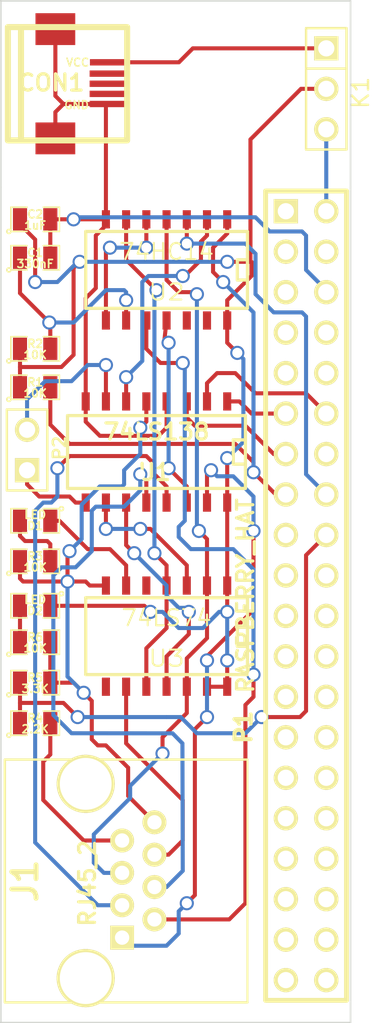
<source format=kicad_pcb>
(kicad_pcb (version 3) (host pcbnew "(22-Jun-2014 BZR 4027)-stable")

  (general
    (links 56)
    (no_connects 0)
    (area 15.443999 29.032999 37.515001 81.584001)
    (thickness 1.6)
    (drawings 6)
    (tracks 373)
    (zones 0)
    (modules 18)
    (nets 30)
  )

  (page A3)
  (layers
    (15 F.Cu signal)
    (0 B.Cu signal)
    (16 B.Adhes user)
    (17 F.Adhes user)
    (18 B.Paste user)
    (19 F.Paste user)
    (20 B.SilkS user)
    (21 F.SilkS user)
    (22 B.Mask user)
    (23 F.Mask user)
    (24 Dwgs.User user)
    (25 Cmts.User user)
    (26 Eco1.User user)
    (27 Eco2.User user)
    (28 Edge.Cuts user)
  )

  (setup
    (last_trace_width 0.254)
    (trace_clearance 0.254)
    (zone_clearance 0.508)
    (zone_45_only no)
    (trace_min 0.254)
    (segment_width 0.2)
    (edge_width 0.1)
    (via_size 0.889)
    (via_drill 0.635)
    (via_min_size 0.889)
    (via_min_drill 0.508)
    (uvia_size 0.508)
    (uvia_drill 0.127)
    (uvias_allowed no)
    (uvia_min_size 0.508)
    (uvia_min_drill 0.127)
    (pcb_text_width 0.3)
    (pcb_text_size 1.5 1.5)
    (mod_edge_width 0.15)
    (mod_text_size 1 1)
    (mod_text_width 0.15)
    (pad_size 2.49936 1.99898)
    (pad_drill 0)
    (pad_to_mask_clearance 0)
    (aux_axis_origin 0 0)
    (visible_elements 7FFFFFFF)
    (pcbplotparams
      (layerselection 3178497)
      (usegerberextensions true)
      (excludeedgelayer true)
      (linewidth 0.150000)
      (plotframeref false)
      (viasonmask false)
      (mode 1)
      (useauxorigin false)
      (hpglpennumber 1)
      (hpglpenspeed 20)
      (hpglpendiameter 15)
      (hpglpenoverlay 2)
      (psnegative false)
      (psa4output false)
      (plotreference true)
      (plotvalue true)
      (plotothertext true)
      (plotinvisibletext false)
      (padsonsilk false)
      (subtractmaskfromsilk false)
      (outputformat 1)
      (mirror false)
      (drillshape 1)
      (scaleselection 1)
      (outputdirectory ""))
  )

  (net 0 "")
  (net 1 +5V)
  (net 2 GND)
  (net 3 N-000001)
  (net 4 N-0000010)
  (net 5 N-0000011)
  (net 6 N-0000012)
  (net 7 N-0000013)
  (net 8 N-0000014)
  (net 9 N-0000015)
  (net 10 N-0000016)
  (net 11 N-0000018)
  (net 12 N-0000019)
  (net 13 N-000002)
  (net 14 N-0000020)
  (net 15 N-0000021)
  (net 16 N-0000025)
  (net 17 N-0000026)
  (net 18 N-000003)
  (net 19 N-0000030)
  (net 20 N-000004)
  (net 21 N-0000042)
  (net 22 N-000005)
  (net 23 N-0000052)
  (net 24 N-0000053)
  (net 25 N-0000054)
  (net 26 N-000006)
  (net 27 N-000007)
  (net 28 N-000008)
  (net 29 N-000009)

  (net_class Default "This is the default net class."
    (clearance 0.254)
    (trace_width 0.254)
    (via_dia 0.889)
    (via_drill 0.635)
    (uvia_dia 0.508)
    (uvia_drill 0.127)
    (add_net "")
    (add_net +5V)
    (add_net GND)
    (add_net N-000001)
    (add_net N-0000010)
    (add_net N-0000011)
    (add_net N-0000012)
    (add_net N-0000013)
    (add_net N-0000014)
    (add_net N-0000015)
    (add_net N-0000016)
    (add_net N-0000018)
    (add_net N-0000019)
    (add_net N-000002)
    (add_net N-0000020)
    (add_net N-0000021)
    (add_net N-0000025)
    (add_net N-0000026)
    (add_net N-000003)
    (add_net N-0000030)
    (add_net N-000004)
    (add_net N-0000042)
    (add_net N-000005)
    (add_net N-0000052)
    (add_net N-0000053)
    (add_net N-0000054)
    (add_net N-000006)
    (add_net N-000007)
    (add_net N-000008)
    (add_net N-000009)
  )

  (module SO16N (layer F.Cu) (tedit 200000) (tstamp 60DE0448)
    (at 25.273 45.72 180)
    (descr "Module CMS SOJ 16 pins large")
    (tags "CMS SOJ")
    (path /60DCB1DE)
    (attr smd)
    (fp_text reference U1 (at 0.127 -1.27 180) (layer F.SilkS)
      (effects (font (size 1.016 1.016) (thickness 0.2032)))
    )
    (fp_text value 74LS138 (at 0 1.27 180) (layer F.SilkS)
      (effects (font (size 1.016 1.016) (thickness 0.2032)))
    )
    (fp_line (start -5.588 -0.762) (end -4.826 -0.762) (layer F.SilkS) (width 0.2032))
    (fp_line (start -4.826 -0.762) (end -4.826 0.762) (layer F.SilkS) (width 0.2032))
    (fp_line (start -4.826 0.762) (end -5.588 0.762) (layer F.SilkS) (width 0.2032))
    (fp_line (start 5.588 -2.286) (end 5.588 2.286) (layer F.SilkS) (width 0.2032))
    (fp_line (start 5.588 2.286) (end -5.588 2.286) (layer F.SilkS) (width 0.2032))
    (fp_line (start -5.588 2.286) (end -5.588 -2.286) (layer F.SilkS) (width 0.2032))
    (fp_line (start -5.588 -2.286) (end 5.588 -2.286) (layer F.SilkS) (width 0.2032))
    (pad 16 smd rect (at -4.445 -3.175 180) (size 0.508 1.143)
      (layers F.Cu F.Paste F.Mask)
      (net 1 +5V)
    )
    (pad 14 smd rect (at -1.905 -3.175 180) (size 0.508 1.143)
      (layers F.Cu F.Paste F.Mask)
      (net 8 N-0000014)
    )
    (pad 13 smd rect (at -0.635 -3.175 180) (size 0.508 1.143)
      (layers F.Cu F.Paste F.Mask)
      (net 3 N-000001)
    )
    (pad 12 smd rect (at 0.635 -3.175 180) (size 0.508 1.143)
      (layers F.Cu F.Paste F.Mask)
      (net 6 N-0000012)
    )
    (pad 11 smd rect (at 1.905 -3.175 180) (size 0.508 1.143)
      (layers F.Cu F.Paste F.Mask)
      (net 5 N-0000011)
    )
    (pad 10 smd rect (at 3.175 -3.175 180) (size 0.508 1.143)
      (layers F.Cu F.Paste F.Mask)
      (net 4 N-0000010)
    )
    (pad 9 smd rect (at 4.445 -3.175 180) (size 0.508 1.143)
      (layers F.Cu F.Paste F.Mask)
      (net 12 N-0000019)
    )
    (pad 8 smd rect (at 4.445 3.175 180) (size 0.508 1.143)
      (layers F.Cu F.Paste F.Mask)
      (net 2 GND)
    )
    (pad 7 smd rect (at 3.175 3.175 180) (size 0.508 1.143)
      (layers F.Cu F.Paste F.Mask)
      (net 11 N-0000018)
    )
    (pad 6 smd rect (at 1.905 3.175 180) (size 0.508 1.143)
      (layers F.Cu F.Paste F.Mask)
      (net 17 N-0000026)
    )
    (pad 5 smd rect (at 0.635 3.175 180) (size 0.508 1.143)
      (layers F.Cu F.Paste F.Mask)
      (net 2 GND)
    )
    (pad 4 smd rect (at -0.635 3.175 180) (size 0.508 1.143)
      (layers F.Cu F.Paste F.Mask)
      (net 2 GND)
    )
    (pad 3 smd rect (at -1.905 3.175 180) (size 0.508 1.143)
      (layers F.Cu F.Paste F.Mask)
      (net 23 N-0000052)
    )
    (pad 2 smd rect (at -3.175 3.175 180) (size 0.508 1.143)
      (layers F.Cu F.Paste F.Mask)
      (net 21 N-0000042)
    )
    (pad 1 smd rect (at -4.445 3.175 180) (size 0.508 1.143)
      (layers F.Cu F.Paste F.Mask)
      (net 24 N-0000053)
    )
    (pad 15 smd rect (at -3.175 -3.175 180) (size 0.508 1.143)
      (layers F.Cu F.Paste F.Mask)
      (net 13 N-000002)
    )
    (model smd/cms_so16.wrl
      (at (xyz 0 0 0))
      (scale (xyz 0.5 0.4 0.5))
      (rotate (xyz 0 0 0))
    )
  )

  (module SO14N (layer F.Cu) (tedit 42806FE5) (tstamp 60DE0461)
    (at 25.908 34.417 180)
    (descr "Module CMS SOJ 14 pins Large")
    (tags "CMS SOJ")
    (path /60DCB147)
    (attr smd)
    (fp_text reference U2 (at 0 -1.27 180) (layer F.SilkS)
      (effects (font (size 1.016 1.143) (thickness 0.127)))
    )
    (fp_text value 74HC14 (at 0 1.27 180) (layer F.SilkS)
      (effects (font (size 1.016 1.016) (thickness 0.127)))
    )
    (fp_line (start 5.08 -2.286) (end 5.08 2.54) (layer F.SilkS) (width 0.2032))
    (fp_line (start 5.08 2.54) (end -5.08 2.54) (layer F.SilkS) (width 0.2032))
    (fp_line (start -5.08 2.54) (end -5.08 -2.286) (layer F.SilkS) (width 0.2032))
    (fp_line (start -5.08 -2.286) (end 5.08 -2.286) (layer F.SilkS) (width 0.2032))
    (fp_line (start -5.08 -0.508) (end -4.445 -0.508) (layer F.SilkS) (width 0.2032))
    (fp_line (start -4.445 -0.508) (end -4.445 0.762) (layer F.SilkS) (width 0.2032))
    (fp_line (start -4.445 0.762) (end -5.08 0.762) (layer F.SilkS) (width 0.2032))
    (pad 1 smd rect (at -3.81 3.302 180) (size 0.508 1.143)
      (layers F.Cu F.Paste F.Mask)
      (net 25 N-0000054)
    )
    (pad 2 smd rect (at -2.54 3.302 180) (size 0.508 1.143)
      (layers F.Cu F.Paste F.Mask)
      (net 17 N-0000026)
    )
    (pad 3 smd rect (at -1.27 3.302 180) (size 0.508 1.143)
      (layers F.Cu F.Paste F.Mask)
      (net 27 N-000007)
    )
    (pad 4 smd rect (at 0 3.302 180) (size 0.508 1.143)
      (layers F.Cu F.Paste F.Mask)
      (net 9 N-0000015)
    )
    (pad 5 smd rect (at 1.27 3.302 180) (size 0.508 1.143)
      (layers F.Cu F.Paste F.Mask)
      (net 22 N-000005)
    )
    (pad 6 smd rect (at 2.54 3.302 180) (size 0.508 1.143)
      (layers F.Cu F.Paste F.Mask)
      (net 19 N-0000030)
    )
    (pad 7 smd rect (at 3.81 3.302 180) (size 0.508 1.143)
      (layers F.Cu F.Paste F.Mask)
      (net 2 GND)
    )
    (pad 8 smd rect (at 3.81 -3.048 180) (size 0.508 1.143)
      (layers F.Cu F.Paste F.Mask)
      (net 22 N-000005)
    )
    (pad 9 smd rect (at 2.54 -3.048 180) (size 0.508 1.143)
      (layers F.Cu F.Paste F.Mask)
      (net 26 N-000006)
    )
    (pad 11 smd rect (at 0 -3.048 180) (size 0.508 1.143)
      (layers F.Cu F.Paste F.Mask)
      (net 8 N-0000014)
    )
    (pad 12 smd rect (at -1.27 -3.048 180) (size 0.508 1.143)
      (layers F.Cu F.Paste F.Mask)
    )
    (pad 13 smd rect (at -2.54 -3.048 180) (size 0.508 1.143)
      (layers F.Cu F.Paste F.Mask)
    )
    (pad 14 smd rect (at -3.81 -3.048 180) (size 0.508 1.143)
      (layers F.Cu F.Paste F.Mask)
      (net 1 +5V)
    )
    (pad 10 smd rect (at 1.27 -3.048 180) (size 0.508 1.143)
      (layers F.Cu F.Paste F.Mask)
      (net 7 N-0000013)
    )
    (model smd/cms_so14.wrl
      (at (xyz 0 0 0))
      (scale (xyz 0.5 0.4 0.5))
      (rotate (xyz 0 0 0))
    )
  )

  (module SO14N (layer F.Cu) (tedit 42806FE5) (tstamp 60DE047A)
    (at 25.908 57.404 180)
    (descr "Module CMS SOJ 14 pins Large")
    (tags "CMS SOJ")
    (path /60DCB21B)
    (attr smd)
    (fp_text reference U3 (at 0 -1.27 180) (layer F.SilkS)
      (effects (font (size 1.016 1.143) (thickness 0.127)))
    )
    (fp_text value 74LS74 (at 0 1.27 180) (layer F.SilkS)
      (effects (font (size 1.016 1.016) (thickness 0.127)))
    )
    (fp_line (start 5.08 -2.286) (end 5.08 2.54) (layer F.SilkS) (width 0.2032))
    (fp_line (start 5.08 2.54) (end -5.08 2.54) (layer F.SilkS) (width 0.2032))
    (fp_line (start -5.08 2.54) (end -5.08 -2.286) (layer F.SilkS) (width 0.2032))
    (fp_line (start -5.08 -2.286) (end 5.08 -2.286) (layer F.SilkS) (width 0.2032))
    (fp_line (start -5.08 -0.508) (end -4.445 -0.508) (layer F.SilkS) (width 0.2032))
    (fp_line (start -4.445 -0.508) (end -4.445 0.762) (layer F.SilkS) (width 0.2032))
    (fp_line (start -4.445 0.762) (end -5.08 0.762) (layer F.SilkS) (width 0.2032))
    (pad 1 smd rect (at -3.81 3.302 180) (size 0.508 1.143)
      (layers F.Cu F.Paste F.Mask)
      (net 1 +5V)
    )
    (pad 2 smd rect (at -2.54 3.302 180) (size 0.508 1.143)
      (layers F.Cu F.Paste F.Mask)
      (net 9 N-0000015)
    )
    (pad 3 smd rect (at -1.27 3.302 180) (size 0.508 1.143)
      (layers F.Cu F.Paste F.Mask)
      (net 4 N-0000010)
    )
    (pad 4 smd rect (at 0 3.302 180) (size 0.508 1.143)
      (layers F.Cu F.Paste F.Mask)
      (net 19 N-0000030)
    )
    (pad 5 smd rect (at 1.27 3.302 180) (size 0.508 1.143)
      (layers F.Cu F.Paste F.Mask)
    )
    (pad 6 smd rect (at 2.54 3.302 180) (size 0.508 1.143)
      (layers F.Cu F.Paste F.Mask)
      (net 29 N-000009)
    )
    (pad 7 smd rect (at 3.81 3.302 180) (size 0.508 1.143)
      (layers F.Cu F.Paste F.Mask)
      (net 2 GND)
    )
    (pad 8 smd rect (at 3.81 -3.048 180) (size 0.508 1.143)
      (layers F.Cu F.Paste F.Mask)
    )
    (pad 9 smd rect (at 2.54 -3.048 180) (size 0.508 1.143)
      (layers F.Cu F.Paste F.Mask)
      (net 16 N-0000025)
    )
    (pad 11 smd rect (at 0 -3.048 180) (size 0.508 1.143)
      (layers F.Cu F.Paste F.Mask)
      (net 5 N-0000011)
    )
    (pad 12 smd rect (at -1.27 -3.048 180) (size 0.508 1.143)
      (layers F.Cu F.Paste F.Mask)
      (net 9 N-0000015)
    )
    (pad 13 smd rect (at -2.54 -3.048 180) (size 0.508 1.143)
      (layers F.Cu F.Paste F.Mask)
      (net 1 +5V)
    )
    (pad 14 smd rect (at -3.81 -3.048 180) (size 0.508 1.143)
      (layers F.Cu F.Paste F.Mask)
      (net 1 +5V)
    )
    (pad 10 smd rect (at 1.27 -3.048 180) (size 0.508 1.143)
      (layers F.Cu F.Paste F.Mask)
      (net 19 N-0000030)
    )
    (model smd/cms_so14.wrl
      (at (xyz 0 0 0))
      (scale (xyz 0.5 0.4 0.5))
      (rotate (xyz 0 0 0))
    )
  )

  (module SM0805 (layer F.Cu) (tedit 5091495C) (tstamp 60DE0487)
    (at 17.653 41.656)
    (path /60DCB2BA)
    (attr smd)
    (fp_text reference R1 (at 0 -0.3175) (layer F.SilkS)
      (effects (font (size 0.50038 0.50038) (thickness 0.10922)))
    )
    (fp_text value 10K (at 0 0.381) (layer F.SilkS)
      (effects (font (size 0.50038 0.50038) (thickness 0.10922)))
    )
    (fp_circle (center -1.651 0.762) (end -1.651 0.635) (layer F.SilkS) (width 0.09906))
    (fp_line (start -0.508 0.762) (end -1.524 0.762) (layer F.SilkS) (width 0.09906))
    (fp_line (start -1.524 0.762) (end -1.524 -0.762) (layer F.SilkS) (width 0.09906))
    (fp_line (start -1.524 -0.762) (end -0.508 -0.762) (layer F.SilkS) (width 0.09906))
    (fp_line (start 0.508 -0.762) (end 1.524 -0.762) (layer F.SilkS) (width 0.09906))
    (fp_line (start 1.524 -0.762) (end 1.524 0.762) (layer F.SilkS) (width 0.09906))
    (fp_line (start 1.524 0.762) (end 0.508 0.762) (layer F.SilkS) (width 0.09906))
    (pad 1 smd rect (at -0.9525 0) (size 0.889 1.397)
      (layers F.Cu F.Paste F.Mask)
      (net 1 +5V)
    )
    (pad 2 smd rect (at 0.9525 0) (size 0.889 1.397)
      (layers F.Cu F.Paste F.Mask)
      (net 25 N-0000054)
    )
    (model smd/chip_cms.wrl
      (at (xyz 0 0 0))
      (scale (xyz 0.1 0.1 0.1))
      (rotate (xyz 0 0 0))
    )
  )

  (module SM0805 (layer F.Cu) (tedit 5091495C) (tstamp 60DE0494)
    (at 17.653 60.198)
    (path /60DCB2C9)
    (attr smd)
    (fp_text reference R5 (at 0 -0.3175) (layer F.SilkS)
      (effects (font (size 0.50038 0.50038) (thickness 0.10922)))
    )
    (fp_text value 3.3K (at 0 0.381) (layer F.SilkS)
      (effects (font (size 0.50038 0.50038) (thickness 0.10922)))
    )
    (fp_circle (center -1.651 0.762) (end -1.651 0.635) (layer F.SilkS) (width 0.09906))
    (fp_line (start -0.508 0.762) (end -1.524 0.762) (layer F.SilkS) (width 0.09906))
    (fp_line (start -1.524 0.762) (end -1.524 -0.762) (layer F.SilkS) (width 0.09906))
    (fp_line (start -1.524 -0.762) (end -0.508 -0.762) (layer F.SilkS) (width 0.09906))
    (fp_line (start 0.508 -0.762) (end 1.524 -0.762) (layer F.SilkS) (width 0.09906))
    (fp_line (start 1.524 -0.762) (end 1.524 0.762) (layer F.SilkS) (width 0.09906))
    (fp_line (start 1.524 0.762) (end 0.508 0.762) (layer F.SilkS) (width 0.09906))
    (pad 1 smd rect (at -0.9525 0) (size 0.889 1.397)
      (layers F.Cu F.Paste F.Mask)
      (net 18 N-000003)
    )
    (pad 2 smd rect (at 0.9525 0) (size 0.889 1.397)
      (layers F.Cu F.Paste F.Mask)
      (net 2 GND)
    )
    (model smd/chip_cms.wrl
      (at (xyz 0 0 0))
      (scale (xyz 0.1 0.1 0.1))
      (rotate (xyz 0 0 0))
    )
  )

  (module SM0805 (layer F.Cu) (tedit 5091495C) (tstamp 60DE04AE)
    (at 17.653 52.578)
    (path /60DCB2E7)
    (attr smd)
    (fp_text reference R3 (at 0 -0.3175) (layer F.SilkS)
      (effects (font (size 0.50038 0.50038) (thickness 0.10922)))
    )
    (fp_text value 10K (at 0 0.381) (layer F.SilkS)
      (effects (font (size 0.50038 0.50038) (thickness 0.10922)))
    )
    (fp_circle (center -1.651 0.762) (end -1.651 0.635) (layer F.SilkS) (width 0.09906))
    (fp_line (start -0.508 0.762) (end -1.524 0.762) (layer F.SilkS) (width 0.09906))
    (fp_line (start -1.524 0.762) (end -1.524 -0.762) (layer F.SilkS) (width 0.09906))
    (fp_line (start -1.524 -0.762) (end -0.508 -0.762) (layer F.SilkS) (width 0.09906))
    (fp_line (start 0.508 -0.762) (end 1.524 -0.762) (layer F.SilkS) (width 0.09906))
    (fp_line (start 1.524 -0.762) (end 1.524 0.762) (layer F.SilkS) (width 0.09906))
    (fp_line (start 1.524 0.762) (end 0.508 0.762) (layer F.SilkS) (width 0.09906))
    (pad 1 smd rect (at -0.9525 0) (size 0.889 1.397)
      (layers F.Cu F.Paste F.Mask)
      (net 2 GND)
    )
    (pad 2 smd rect (at 0.9525 0) (size 0.889 1.397)
      (layers F.Cu F.Paste F.Mask)
      (net 28 N-000008)
    )
    (model smd/chip_cms.wrl
      (at (xyz 0 0 0))
      (scale (xyz 0.1 0.1 0.1))
      (rotate (xyz 0 0 0))
    )
  )

  (module SM0805 (layer F.Cu) (tedit 5091495C) (tstamp 60DE04BB)
    (at 17.653 57.658)
    (path /610E0C25)
    (attr smd)
    (fp_text reference R6 (at 0 -0.3175) (layer F.SilkS)
      (effects (font (size 0.50038 0.50038) (thickness 0.10922)))
    )
    (fp_text value 10K (at 0 0.381) (layer F.SilkS)
      (effects (font (size 0.50038 0.50038) (thickness 0.10922)))
    )
    (fp_circle (center -1.651 0.762) (end -1.651 0.635) (layer F.SilkS) (width 0.09906))
    (fp_line (start -0.508 0.762) (end -1.524 0.762) (layer F.SilkS) (width 0.09906))
    (fp_line (start -1.524 0.762) (end -1.524 -0.762) (layer F.SilkS) (width 0.09906))
    (fp_line (start -1.524 -0.762) (end -0.508 -0.762) (layer F.SilkS) (width 0.09906))
    (fp_line (start 0.508 -0.762) (end 1.524 -0.762) (layer F.SilkS) (width 0.09906))
    (fp_line (start 1.524 -0.762) (end 1.524 0.762) (layer F.SilkS) (width 0.09906))
    (fp_line (start 1.524 0.762) (end 0.508 0.762) (layer F.SilkS) (width 0.09906))
    (pad 1 smd rect (at -0.9525 0) (size 0.889 1.397)
      (layers F.Cu F.Paste F.Mask)
      (net 10 N-0000016)
    )
    (pad 2 smd rect (at 0.9525 0) (size 0.889 1.397)
      (layers F.Cu F.Paste F.Mask)
      (net 2 GND)
    )
    (model smd/chip_cms.wrl
      (at (xyz 0 0 0))
      (scale (xyz 0.1 0.1 0.1))
      (rotate (xyz 0 0 0))
    )
  )

  (module SM0805 (layer F.Cu) (tedit 5091495C) (tstamp 60DE04C8)
    (at 17.653 50.038 180)
    (path /60DCB305)
    (attr smd)
    (fp_text reference D1 (at 0 -0.3175 180) (layer F.SilkS)
      (effects (font (size 0.50038 0.50038) (thickness 0.10922)))
    )
    (fp_text value LED (at 0 0.381 180) (layer F.SilkS)
      (effects (font (size 0.50038 0.50038) (thickness 0.10922)))
    )
    (fp_circle (center -1.651 0.762) (end -1.651 0.635) (layer F.SilkS) (width 0.09906))
    (fp_line (start -0.508 0.762) (end -1.524 0.762) (layer F.SilkS) (width 0.09906))
    (fp_line (start -1.524 0.762) (end -1.524 -0.762) (layer F.SilkS) (width 0.09906))
    (fp_line (start -1.524 -0.762) (end -0.508 -0.762) (layer F.SilkS) (width 0.09906))
    (fp_line (start 0.508 -0.762) (end 1.524 -0.762) (layer F.SilkS) (width 0.09906))
    (fp_line (start 1.524 -0.762) (end 1.524 0.762) (layer F.SilkS) (width 0.09906))
    (fp_line (start 1.524 0.762) (end 0.508 0.762) (layer F.SilkS) (width 0.09906))
    (pad 1 smd rect (at -0.9525 0 180) (size 0.889 1.397)
      (layers F.Cu F.Paste F.Mask)
      (net 29 N-000009)
    )
    (pad 2 smd rect (at 0.9525 0 180) (size 0.889 1.397)
      (layers F.Cu F.Paste F.Mask)
      (net 28 N-000008)
    )
    (model smd/chip_cms.wrl
      (at (xyz 0 0 0))
      (scale (xyz 0.1 0.1 0.1))
      (rotate (xyz 0 0 0))
    )
  )

  (module SM0805 (layer F.Cu) (tedit 5091495C) (tstamp 60DE04D5)
    (at 17.653 39.243)
    (path /60DCB314)
    (attr smd)
    (fp_text reference R2 (at 0 -0.3175) (layer F.SilkS)
      (effects (font (size 0.50038 0.50038) (thickness 0.10922)))
    )
    (fp_text value 10K (at 0 0.381) (layer F.SilkS)
      (effects (font (size 0.50038 0.50038) (thickness 0.10922)))
    )
    (fp_circle (center -1.651 0.762) (end -1.651 0.635) (layer F.SilkS) (width 0.09906))
    (fp_line (start -0.508 0.762) (end -1.524 0.762) (layer F.SilkS) (width 0.09906))
    (fp_line (start -1.524 0.762) (end -1.524 -0.762) (layer F.SilkS) (width 0.09906))
    (fp_line (start -1.524 -0.762) (end -0.508 -0.762) (layer F.SilkS) (width 0.09906))
    (fp_line (start 0.508 -0.762) (end 1.524 -0.762) (layer F.SilkS) (width 0.09906))
    (fp_line (start 1.524 -0.762) (end 1.524 0.762) (layer F.SilkS) (width 0.09906))
    (fp_line (start 1.524 0.762) (end 0.508 0.762) (layer F.SilkS) (width 0.09906))
    (pad 1 smd rect (at -0.9525 0) (size 0.889 1.397)
      (layers F.Cu F.Paste F.Mask)
      (net 1 +5V)
    )
    (pad 2 smd rect (at 0.9525 0) (size 0.889 1.397)
      (layers F.Cu F.Paste F.Mask)
      (net 26 N-000006)
    )
    (model smd/chip_cms.wrl
      (at (xyz 0 0 0))
      (scale (xyz 0.1 0.1 0.1))
      (rotate (xyz 0 0 0))
    )
  )

  (module SM0805 (layer F.Cu) (tedit 5091495C) (tstamp 60DE04E2)
    (at 17.653 62.738)
    (path /60DCC10C)
    (attr smd)
    (fp_text reference R4 (at 0 -0.3175) (layer F.SilkS)
      (effects (font (size 0.50038 0.50038) (thickness 0.10922)))
    )
    (fp_text value 2.2K (at 0 0.381) (layer F.SilkS)
      (effects (font (size 0.50038 0.50038) (thickness 0.10922)))
    )
    (fp_circle (center -1.651 0.762) (end -1.651 0.635) (layer F.SilkS) (width 0.09906))
    (fp_line (start -0.508 0.762) (end -1.524 0.762) (layer F.SilkS) (width 0.09906))
    (fp_line (start -1.524 0.762) (end -1.524 -0.762) (layer F.SilkS) (width 0.09906))
    (fp_line (start -1.524 -0.762) (end -0.508 -0.762) (layer F.SilkS) (width 0.09906))
    (fp_line (start 0.508 -0.762) (end 1.524 -0.762) (layer F.SilkS) (width 0.09906))
    (fp_line (start 1.524 -0.762) (end 1.524 0.762) (layer F.SilkS) (width 0.09906))
    (fp_line (start 1.524 0.762) (end 0.508 0.762) (layer F.SilkS) (width 0.09906))
    (pad 1 smd rect (at -0.9525 0) (size 0.889 1.397)
      (layers F.Cu F.Paste F.Mask)
      (net 18 N-000003)
    )
    (pad 2 smd rect (at 0.9525 0) (size 0.889 1.397)
      (layers F.Cu F.Paste F.Mask)
      (net 20 N-000004)
    )
    (model smd/chip_cms.wrl
      (at (xyz 0 0 0))
      (scale (xyz 0.1 0.1 0.1))
      (rotate (xyz 0 0 0))
    )
  )

  (module RJ45_8_io0 (layer F.Cu) (tedit 5E9D6976) (tstamp 60DE04F4)
    (at 20.828 72.644 270)
    (tags RJ45_8_io0)
    (path /60DCB7A3)
    (fp_text reference J1 (at 0 3.81 270) (layer F.SilkS)
      (effects (font (size 1.524 1.524) (thickness 0.3048)))
    )
    (fp_text value RJ45_2 (at 0.14224 -0.1016 270) (layer F.SilkS)
      (effects (font (size 1.00076 1.00076) (thickness 0.2032)))
    )
    (fp_line (start 7.62 -10.16) (end 7.62 5.08) (layer F.SilkS) (width 0.15))
    (fp_line (start -7.62 5.08) (end 7.62 5.08) (layer F.SilkS) (width 0.15))
    (fp_line (start -7.62 -10.16) (end -7.62 5.08) (layer F.SilkS) (width 0.15))
    (fp_line (start 7.62 -10.16) (end -7.62 -10.16) (layer F.SilkS) (width 0.127))
    (pad Hole thru_hole circle (at 6.096 0 270) (size 3.64998 3.64998) (drill 3.2512)
      (layers *.Cu *.Mask F.SilkS)
    )
    (pad Hole thru_hole circle (at -6.096 0 270) (size 3.64998 3.64998) (drill 3.2512)
      (layers *.Cu *.Mask F.SilkS)
    )
    (pad 1 thru_hole rect (at 3.556 -2.286 90) (size 1.50114 1.50114) (drill 0.89916)
      (layers *.Cu *.Mask F.SilkS)
      (net 13 N-000002)
    )
    (pad 2 thru_hole circle (at 2.413 -4.318 90) (size 1.50114 1.50114) (drill 0.89916)
      (layers *.Cu *.Mask F.SilkS)
      (net 7 N-0000013)
    )
    (pad 3 thru_hole circle (at 1.524 -2.286 90) (size 1.50114 1.50114) (drill 0.89916)
      (layers *.Cu *.Mask F.SilkS)
      (net 3 N-000001)
    )
    (pad 4 thru_hole circle (at 0.381 -4.318 90) (size 1.50114 1.50114) (drill 0.89916)
      (layers *.Cu *.Mask F.SilkS)
      (net 6 N-0000012)
    )
    (pad 5 thru_hole circle (at -0.508 -2.286 90) (size 1.50114 1.50114) (drill 0.89916)
      (layers *.Cu *.Mask F.SilkS)
      (net 9 N-0000015)
    )
    (pad 6 thru_hole circle (at -1.651 -4.318 90) (size 1.50114 1.50114) (drill 0.89916)
      (layers *.Cu *.Mask F.SilkS)
      (net 16 N-0000025)
    )
    (pad 7 thru_hole circle (at -2.54 -2.286 90) (size 1.50114 1.50114) (drill 0.89916)
      (layers *.Cu *.Mask F.SilkS)
      (net 20 N-000004)
    )
    (pad 8 thru_hole circle (at -3.683 -4.318 90) (size 1.50114 1.50114) (drill 0.89916)
      (layers *.Cu *.Mask F.SilkS)
      (net 2 GND)
    )
    (model connectors/RJ45_8.wrl
      (at (xyz 0 0 0))
      (scale (xyz 0.4 0.4 0.4))
      (rotate (xyz 0 0 0))
    )
  )

  (module PIN_ARRAY_20X2 (layer F.Cu) (tedit 60DE0739) (tstamp 60DE0524)
    (at 34.671 54.737 270)
    (descr "Double rangee de contacts 2 x 12 pins")
    (tags CONN)
    (path /60DCB28D)
    (fp_text reference P1 (at 8.255 3.937 270) (layer F.SilkS)
      (effects (font (size 1.016 1.016) (thickness 0.27432)))
    )
    (fp_text value RASPBERRY_HAT (at 0 3.81 270) (layer F.SilkS)
      (effects (font (size 1.016 1.016) (thickness 0.2032)))
    )
    (fp_line (start 25.4 2.54) (end -25.4 2.54) (layer F.SilkS) (width 0.3048))
    (fp_line (start 25.4 -2.54) (end -25.4 -2.54) (layer F.SilkS) (width 0.3048))
    (fp_line (start 25.4 -2.54) (end 25.4 2.54) (layer F.SilkS) (width 0.3048))
    (fp_line (start -25.4 -2.54) (end -25.4 2.54) (layer F.SilkS) (width 0.3048))
    (pad 1 thru_hole rect (at -24.13 1.27 270) (size 1.524 1.524) (drill 1.016)
      (layers *.Cu *.Mask F.SilkS)
    )
    (pad 2 thru_hole circle (at -24.13 -1.27 270) (size 1.524 1.524) (drill 1.016)
      (layers *.Cu *.Mask F.SilkS)
      (net 14 N-0000020)
    )
    (pad 11 thru_hole circle (at -11.43 1.27 270) (size 1.524 1.524) (drill 1.016)
      (layers *.Cu *.Mask F.SilkS)
      (net 24 N-0000053)
    )
    (pad 4 thru_hole circle (at -21.59 -1.27 270) (size 1.524 1.524) (drill 1.016)
      (layers *.Cu *.Mask F.SilkS)
    )
    (pad 13 thru_hole circle (at -8.89 1.27 270) (size 1.524 1.524) (drill 1.016)
      (layers *.Cu *.Mask F.SilkS)
      (net 23 N-0000052)
    )
    (pad 6 thru_hole circle (at -19.05 -1.27 270) (size 1.524 1.524) (drill 1.016)
      (layers *.Cu *.Mask F.SilkS)
      (net 2 GND)
    )
    (pad 15 thru_hole circle (at -6.35 1.27 270) (size 1.524 1.524) (drill 1.016)
      (layers *.Cu *.Mask F.SilkS)
      (net 25 N-0000054)
    )
    (pad 8 thru_hole circle (at -16.51 -1.27 270) (size 1.524 1.524) (drill 1.016)
      (layers *.Cu *.Mask F.SilkS)
    )
    (pad 17 thru_hole circle (at -3.81 1.27 270) (size 1.524 1.524) (drill 1.016)
      (layers *.Cu *.Mask F.SilkS)
    )
    (pad 10 thru_hole circle (at -13.97 -1.27 270) (size 1.524 1.524) (drill 1.016)
      (layers *.Cu *.Mask F.SilkS)
    )
    (pad 19 thru_hole circle (at -1.27 1.27 270) (size 1.524 1.524) (drill 1.016)
      (layers *.Cu *.Mask F.SilkS)
    )
    (pad 12 thru_hole circle (at -11.43 -1.27 270) (size 1.524 1.524) (drill 1.016)
      (layers *.Cu *.Mask F.SilkS)
      (net 21 N-0000042)
    )
    (pad 21 thru_hole circle (at 1.27 1.27 270) (size 1.524 1.524) (drill 1.016)
      (layers *.Cu *.Mask F.SilkS)
    )
    (pad 14 thru_hole circle (at -8.89 -1.27 270) (size 1.524 1.524) (drill 1.016)
      (layers *.Cu *.Mask F.SilkS)
    )
    (pad 23 thru_hole circle (at 3.81 1.27 270) (size 1.524 1.524) (drill 1.016)
      (layers *.Cu *.Mask F.SilkS)
    )
    (pad 16 thru_hole circle (at -6.35 -1.27 270) (size 1.524 1.524) (drill 1.016)
      (layers *.Cu *.Mask F.SilkS)
      (net 27 N-000007)
    )
    (pad 25 thru_hole circle (at 6.35 1.27 270) (size 1.524 1.524) (drill 1.016)
      (layers *.Cu *.Mask F.SilkS)
    )
    (pad 18 thru_hole circle (at -3.81 -1.27 270) (size 1.524 1.524) (drill 1.016)
      (layers *.Cu *.Mask F.SilkS)
      (net 18 N-000003)
    )
    (pad 27 thru_hole circle (at 8.89 1.27 270) (size 1.524 1.524) (drill 1.016)
      (layers *.Cu *.Mask F.SilkS)
    )
    (pad 20 thru_hole circle (at -1.27 -1.27 270) (size 1.524 1.524) (drill 1.016)
      (layers *.Cu *.Mask F.SilkS)
    )
    (pad 29 thru_hole circle (at 11.43 1.27 270) (size 1.524 1.524) (drill 1.016)
      (layers *.Cu *.Mask F.SilkS)
    )
    (pad 22 thru_hole circle (at 1.27 -1.27 270) (size 1.524 1.524) (drill 1.016)
      (layers *.Cu *.Mask F.SilkS)
    )
    (pad 31 thru_hole circle (at 13.97 1.27 270) (size 1.524 1.524) (drill 1.016)
      (layers *.Cu *.Mask F.SilkS)
    )
    (pad 24 thru_hole circle (at 3.81 -1.27 270) (size 1.524 1.524) (drill 1.016)
      (layers *.Cu *.Mask F.SilkS)
    )
    (pad 26 thru_hole circle (at 6.35 -1.27 270) (size 1.524 1.524) (drill 1.016)
      (layers *.Cu *.Mask F.SilkS)
    )
    (pad 33 thru_hole circle (at 16.51 1.27 270) (size 1.524 1.524) (drill 1.016)
      (layers *.Cu *.Mask F.SilkS)
    )
    (pad 28 thru_hole circle (at 8.89 -1.27 270) (size 1.524 1.524) (drill 1.016)
      (layers *.Cu *.Mask F.SilkS)
    )
    (pad 32 thru_hole circle (at 13.97 -1.27 270) (size 1.524 1.524) (drill 1.016)
      (layers *.Cu *.Mask F.SilkS)
    )
    (pad 34 thru_hole circle (at 16.51 -1.27 270) (size 1.524 1.524) (drill 1.016)
      (layers *.Cu *.Mask F.SilkS)
    )
    (pad 36 thru_hole circle (at 19.05 -1.27 270) (size 1.524 1.524) (drill 1.016)
      (layers *.Cu *.Mask F.SilkS)
    )
    (pad 38 thru_hole circle (at 21.59 -1.27 270) (size 1.524 1.524) (drill 1.016)
      (layers *.Cu *.Mask F.SilkS)
    )
    (pad 35 thru_hole circle (at 19.05 1.27 270) (size 1.524 1.524) (drill 1.016)
      (layers *.Cu *.Mask F.SilkS)
    )
    (pad 37 thru_hole circle (at 21.59 1.27 270) (size 1.524 1.524) (drill 1.016)
      (layers *.Cu *.Mask F.SilkS)
    )
    (pad 3 thru_hole circle (at -21.59 1.27 270) (size 1.524 1.524) (drill 1.016)
      (layers *.Cu *.Mask F.SilkS)
    )
    (pad 5 thru_hole circle (at -19.05 1.27 270) (size 1.524 1.524) (drill 1.016)
      (layers *.Cu *.Mask F.SilkS)
    )
    (pad 7 thru_hole circle (at -16.51 1.27 270) (size 1.524 1.524) (drill 1.016)
      (layers *.Cu *.Mask F.SilkS)
    )
    (pad 9 thru_hole circle (at -13.97 1.27 270) (size 1.524 1.524) (drill 1.016)
      (layers *.Cu *.Mask F.SilkS)
    )
    (pad 39 thru_hole circle (at 24.13 1.27 270) (size 1.524 1.524) (drill 1.016)
      (layers *.Cu *.Mask F.SilkS)
    )
    (pad 40 thru_hole circle (at 24.13 -1.27 270) (size 1.524 1.524) (drill 1.016)
      (layers *.Cu *.Mask F.SilkS)
    )
    (pad 30 thru_hole circle (at 11.43 -1.27 270) (size 1.524 1.524) (drill 1.016)
      (layers *.Cu *.Mask F.SilkS)
    )
    (model pin_array/pins_array_20x2.wrl
      (at (xyz 0 0 0))
      (scale (xyz 1 1 1))
      (rotate (xyz 0 0 0))
    )
  )

  (module PIN_ARRAY_2X1 (layer F.Cu) (tedit 610E13CE) (tstamp 61098646)
    (at 17.145 45.593 90)
    (descr "Connecteurs 2 pins")
    (tags "CONN DEV")
    (path /6109862A)
    (fp_text reference P2 (at 0.127 2.032 90) (layer F.SilkS)
      (effects (font (size 0.762 0.762) (thickness 0.1524)))
    )
    (fp_text value CONN_2 (at 0 1.016 90) (layer F.SilkS) hide
      (effects (font (size 0.762 0.762) (thickness 0.1524)))
    )
    (fp_line (start -2.54 1.27) (end -2.54 -1.27) (layer F.SilkS) (width 0.1524))
    (fp_line (start -2.54 -1.27) (end 2.54 -1.27) (layer F.SilkS) (width 0.1524))
    (fp_line (start 2.54 -1.27) (end 2.54 1.27) (layer F.SilkS) (width 0.1524))
    (fp_line (start 2.54 1.27) (end -2.54 1.27) (layer F.SilkS) (width 0.1524))
    (pad 1 thru_hole rect (at -1.27 0 90) (size 1.524 1.524) (drill 1.016)
      (layers *.Cu *.Mask F.SilkS)
      (net 12 N-0000019)
    )
    (pad 2 thru_hole circle (at 1.27 0 90) (size 1.524 1.524) (drill 1.016)
      (layers *.Cu *.Mask F.SilkS)
      (net 11 N-0000018)
    )
    (model pin_array/pins_array_2x1.wrl
      (at (xyz 0 0 0))
      (scale (xyz 1 1 1))
      (rotate (xyz 0 0 0))
    )
  )

  (module SM0805 (layer F.Cu) (tedit 5091495C) (tstamp 610E0D5F)
    (at 17.653 55.372 180)
    (path /610E0C16)
    (attr smd)
    (fp_text reference D2 (at 0 -0.3175 180) (layer F.SilkS)
      (effects (font (size 0.50038 0.50038) (thickness 0.10922)))
    )
    (fp_text value LED (at 0 0.381 180) (layer F.SilkS)
      (effects (font (size 0.50038 0.50038) (thickness 0.10922)))
    )
    (fp_circle (center -1.651 0.762) (end -1.651 0.635) (layer F.SilkS) (width 0.09906))
    (fp_line (start -0.508 0.762) (end -1.524 0.762) (layer F.SilkS) (width 0.09906))
    (fp_line (start -1.524 0.762) (end -1.524 -0.762) (layer F.SilkS) (width 0.09906))
    (fp_line (start -1.524 -0.762) (end -0.508 -0.762) (layer F.SilkS) (width 0.09906))
    (fp_line (start 0.508 -0.762) (end 1.524 -0.762) (layer F.SilkS) (width 0.09906))
    (fp_line (start 1.524 -0.762) (end 1.524 0.762) (layer F.SilkS) (width 0.09906))
    (fp_line (start 1.524 0.762) (end 0.508 0.762) (layer F.SilkS) (width 0.09906))
    (pad 1 smd rect (at -0.9525 0 180) (size 0.889 1.397)
      (layers F.Cu F.Paste F.Mask)
      (net 1 +5V)
    )
    (pad 2 smd rect (at 0.9525 0 180) (size 0.889 1.397)
      (layers F.Cu F.Paste F.Mask)
      (net 10 N-0000016)
    )
    (model smd/chip_cms.wrl
      (at (xyz 0 0 0))
      (scale (xyz 0.1 0.1 0.1))
      (rotate (xyz 0 0 0))
    )
  )

  (module SM0805 (layer F.Cu) (tedit 5091495C) (tstamp 610E0FF9)
    (at 17.653 31.115)
    (path /60E96E76)
    (attr smd)
    (fp_text reference C2 (at 0 -0.3175) (layer F.SilkS)
      (effects (font (size 0.50038 0.50038) (thickness 0.10922)))
    )
    (fp_text value 1uF (at 0 0.381) (layer F.SilkS)
      (effects (font (size 0.50038 0.50038) (thickness 0.10922)))
    )
    (fp_circle (center -1.651 0.762) (end -1.651 0.635) (layer F.SilkS) (width 0.09906))
    (fp_line (start -0.508 0.762) (end -1.524 0.762) (layer F.SilkS) (width 0.09906))
    (fp_line (start -1.524 0.762) (end -1.524 -0.762) (layer F.SilkS) (width 0.09906))
    (fp_line (start -1.524 -0.762) (end -0.508 -0.762) (layer F.SilkS) (width 0.09906))
    (fp_line (start 0.508 -0.762) (end 1.524 -0.762) (layer F.SilkS) (width 0.09906))
    (fp_line (start 1.524 -0.762) (end 1.524 0.762) (layer F.SilkS) (width 0.09906))
    (fp_line (start 1.524 0.762) (end 0.508 0.762) (layer F.SilkS) (width 0.09906))
    (pad 1 smd rect (at -0.9525 0) (size 0.889 1.397)
      (layers F.Cu F.Paste F.Mask)
      (net 1 +5V)
    )
    (pad 2 smd rect (at 0.9525 0) (size 0.889 1.397)
      (layers F.Cu F.Paste F.Mask)
      (net 2 GND)
    )
    (model smd/chip_cms.wrl
      (at (xyz 0 0 0))
      (scale (xyz 0.1 0.1 0.1))
      (rotate (xyz 0 0 0))
    )
  )

  (module SM0805 (layer F.Cu) (tedit 5091495C) (tstamp 60DE052E)
    (at 17.653 33.528)
    (path /60DCB332)
    (attr smd)
    (fp_text reference C1 (at 0 -0.3175) (layer F.SilkS)
      (effects (font (size 0.50038 0.50038) (thickness 0.10922)))
    )
    (fp_text value 330nF (at 0 0.381) (layer F.SilkS)
      (effects (font (size 0.50038 0.50038) (thickness 0.10922)))
    )
    (fp_circle (center -1.651 0.762) (end -1.651 0.635) (layer F.SilkS) (width 0.09906))
    (fp_line (start -0.508 0.762) (end -1.524 0.762) (layer F.SilkS) (width 0.09906))
    (fp_line (start -1.524 0.762) (end -1.524 -0.762) (layer F.SilkS) (width 0.09906))
    (fp_line (start -1.524 -0.762) (end -0.508 -0.762) (layer F.SilkS) (width 0.09906))
    (fp_line (start 0.508 -0.762) (end 1.524 -0.762) (layer F.SilkS) (width 0.09906))
    (fp_line (start 1.524 -0.762) (end 1.524 0.762) (layer F.SilkS) (width 0.09906))
    (fp_line (start 1.524 0.762) (end 0.508 0.762) (layer F.SilkS) (width 0.09906))
    (pad 1 smd rect (at -0.9525 0) (size 0.889 1.397)
      (layers F.Cu F.Paste F.Mask)
      (net 26 N-000006)
    )
    (pad 2 smd rect (at 0.9525 0) (size 0.889 1.397)
      (layers F.Cu F.Paste F.Mask)
      (net 2 GND)
    )
    (model smd/chip_cms.wrl
      (at (xyz 0 0 0))
      (scale (xyz 0.1 0.1 0.1))
      (rotate (xyz 0 0 0))
    )
  )

  (module PIN_ARRAY_3X1 (layer F.Cu) (tedit 4C1130E0) (tstamp 6187BDE1)
    (at 35.941 22.9235 270)
    (descr "Connecteur 3 pins")
    (tags "CONN DEV")
    (path /6187BC00)
    (fp_text reference K1 (at 0.254 -2.159 270) (layer F.SilkS)
      (effects (font (size 1.016 1.016) (thickness 0.1524)))
    )
    (fp_text value CONN_3 (at 0 -2.159 270) (layer F.SilkS) hide
      (effects (font (size 1.016 1.016) (thickness 0.1524)))
    )
    (fp_line (start -3.81 1.27) (end -3.81 -1.27) (layer F.SilkS) (width 0.1524))
    (fp_line (start -3.81 -1.27) (end 3.81 -1.27) (layer F.SilkS) (width 0.1524))
    (fp_line (start 3.81 -1.27) (end 3.81 1.27) (layer F.SilkS) (width 0.1524))
    (fp_line (start 3.81 1.27) (end -3.81 1.27) (layer F.SilkS) (width 0.1524))
    (fp_line (start -1.27 -1.27) (end -1.27 1.27) (layer F.SilkS) (width 0.1524))
    (pad 1 thru_hole rect (at -2.54 0 270) (size 1.524 1.524) (drill 1.016)
      (layers *.Cu *.Mask F.SilkS)
      (net 15 N-0000021)
    )
    (pad 2 thru_hole circle (at 0 0 270) (size 1.524 1.524) (drill 1.016)
      (layers *.Cu *.Mask F.SilkS)
      (net 1 +5V)
    )
    (pad 3 thru_hole circle (at 2.54 0 270) (size 1.524 1.524) (drill 1.016)
      (layers *.Cu *.Mask F.SilkS)
      (net 14 N-0000020)
    )
    (model pin_array/pins_array_3x1.wrl
      (at (xyz 0 0 0))
      (scale (xyz 1 1 1))
      (rotate (xyz 0 0 0))
    )
  )

  (module USB_MICRO_B (layer F.Cu) (tedit 6187C119) (tstamp 6187BEDB)
    (at 18.796 22.86)
    (descr "USB Mini-B 5-pin SMD connector")
    (tags "USB, Mini-B, connector")
    (path /6187BB35)
    (fp_text reference CON1 (at -0.127 -0.3175) (layer F.SilkS)
      (effects (font (size 1.016 1.016) (thickness 0.2032)))
    )
    (fp_text value USB-MICRO-B (at 0.762 -2.54) (layer F.SilkS) hide
      (effects (font (size 1.016 1.016) (thickness 0.2032)))
    )
    (fp_text user GND (at 1.4605 1.0795) (layer F.SilkS)
      (effects (font (size 0.5 0.5) (thickness 0.1)))
    )
    (fp_text user VCC (at 1.524 -1.5875) (layer F.SilkS)
      (effects (font (size 0.5 0.5) (thickness 0.1)))
    )
    (fp_line (start -2.794 3.302) (end 4.572 3.302) (layer F.SilkS) (width 0.381))
    (fp_line (start 4.572 -3.81) (end -2.794 -3.81) (layer F.SilkS) (width 0.381))
    (fp_line (start 4.6355 -3.81) (end 4.6355 3.302) (layer F.SilkS) (width 0.381))
    (fp_line (start -2.8575 -3.81) (end -2.8575 3.302) (layer F.SilkS) (width 0.381))
    (fp_line (start -2.032 -3.81) (end -2.032 3.302) (layer F.SilkS) (width 0.381))
    (pad 1 smd rect (at 3.44932 -1.6002) (size 2.30124 0.4)
      (layers F.Cu F.Paste F.Mask)
      (net 15 N-0000021)
    )
    (pad 2 smd rect (at 3.429 -0.889) (size 2.30124 0.4)
      (layers F.Cu F.Paste F.Mask)
    )
    (pad 3 smd rect (at 3.429 -0.254) (size 2.30124 0.4)
      (layers F.Cu F.Paste F.Mask)
    )
    (pad 4 smd rect (at 3.429 0.381) (size 2.30124 0.4)
      (layers F.Cu F.Paste F.Mask)
    )
    (pad 5 smd rect (at 3.429 1.016) (size 2.30124 0.4)
      (layers F.Cu F.Paste F.Mask)
      (net 2 GND)
    )
    (pad 5 smd rect (at 0.127 -3.683) (size 2.49936 1.99898)
      (layers F.Cu F.Paste F.Mask)
      (net 2 GND)
    )
    (pad 5 smd rect (at 0.127 3.175) (size 2.49936 1.99898)
      (layers F.Cu F.Paste F.Mask)
      (net 2 GND)
    )
  )

  (gr_line (start 37.465 17.399) (end 37.465 29.083) (angle 90) (layer Edge.Cuts) (width 0.1))
  (gr_line (start 15.494 17.399) (end 37.465 17.399) (angle 90) (layer Edge.Cuts) (width 0.1))
  (gr_line (start 15.494 29.1465) (end 15.494 17.399) (angle 90) (layer Edge.Cuts) (width 0.1))
  (gr_line (start 37.465 81.534) (end 37.465 29.083) (angle 90) (layer Edge.Cuts) (width 0.1))
  (gr_line (start 15.494 81.534) (end 37.465 81.534) (angle 90) (layer Edge.Cuts) (width 0.1))
  (gr_line (start 15.494 29.083) (end 15.494 81.534) (angle 90) (layer Edge.Cuts) (width 0.1))

  (segment (start 35.941 22.9235) (end 34.3535 22.9235) (width 0.254) (layer F.Cu) (net 1))
  (segment (start 31.1785 26.0985) (end 31.1785 33.782) (width 0.254) (layer F.Cu) (net 1) (tstamp 6187BFAA))
  (segment (start 34.3535 22.9235) (end 31.1785 26.0985) (width 0.254) (layer F.Cu) (net 1) (tstamp 6187BFA7))
  (segment (start 29.718 55.753) (end 29.21 55.753) (width 0.254) (layer B.Cu) (net 1))
  (segment (start 24.511 55.372) (end 18.6055 55.372) (width 0.254) (layer F.Cu) (net 1) (tstamp 610E1349))
  (segment (start 24.892 55.753) (end 24.511 55.372) (width 0.254) (layer F.Cu) (net 1) (tstamp 610E1348))
  (via (at 24.892 55.753) (size 0.889) (layers F.Cu B.Cu) (net 1))
  (segment (start 25.654 55.753) (end 24.892 55.753) (width 0.254) (layer B.Cu) (net 1) (tstamp 610E133B))
  (segment (start 26.67 56.769) (end 25.654 55.753) (width 0.254) (layer B.Cu) (net 1) (tstamp 610E1338))
  (segment (start 28.194 56.769) (end 26.67 56.769) (width 0.254) (layer B.Cu) (net 1) (tstamp 610E1332))
  (segment (start 29.21 55.753) (end 28.194 56.769) (width 0.254) (layer B.Cu) (net 1) (tstamp 610E132C))
  (segment (start 20.447 33.782) (end 20.32 33.782) (width 0.254) (layer B.Cu) (net 1))
  (segment (start 16.7005 31.4325) (end 16.7005 31.115) (width 0.254) (layer F.Cu) (net 1) (tstamp 610E1264))
  (segment (start 17.653 32.385) (end 16.7005 31.4325) (width 0.254) (layer F.Cu) (net 1) (tstamp 610E1261))
  (segment (start 17.653 35.052) (end 17.653 32.385) (width 0.254) (layer F.Cu) (net 1) (tstamp 610E1260))
  (via (at 17.653 35.052) (size 0.889) (layers F.Cu B.Cu) (net 1))
  (segment (start 19.05 35.052) (end 17.653 35.052) (width 0.254) (layer B.Cu) (net 1) (tstamp 610E1258))
  (segment (start 20.32 33.782) (end 19.05 35.052) (width 0.254) (layer B.Cu) (net 1) (tstamp 610E123F))
  (segment (start 29.718 60.452) (end 28.448 60.452) (width 0.254) (layer F.Cu) (net 1))
  (segment (start 29.718 54.102) (end 29.718 55.753) (width 0.254) (layer F.Cu) (net 1))
  (segment (start 29.718 58.801) (end 29.718 60.452) (width 0.254) (layer F.Cu) (net 1) (tstamp 60DE124D))
  (via (at 29.718 58.801) (size 0.889) (layers F.Cu B.Cu) (net 1))
  (segment (start 29.718 55.753) (end 29.718 58.801) (width 0.254) (layer B.Cu) (net 1) (tstamp 60DE1240))
  (via (at 29.718 55.753) (size 0.889) (layers F.Cu B.Cu) (net 1))
  (segment (start 29.718 48.895) (end 29.718 54.102) (width 0.254) (layer F.Cu) (net 1))
  (segment (start 29.718 37.465) (end 29.718 38.862) (width 0.254) (layer F.Cu) (net 1))
  (segment (start 29.718 46.101) (end 29.718 48.895) (width 0.254) (layer F.Cu) (net 1) (tstamp 60DE0B44))
  (via (at 29.718 46.101) (size 0.889) (layers F.Cu B.Cu) (net 1))
  (segment (start 30.734 45.085) (end 29.718 46.101) (width 0.254) (layer B.Cu) (net 1) (tstamp 60DE0B3B))
  (segment (start 30.734 39.878) (end 30.734 45.085) (width 0.254) (layer B.Cu) (net 1) (tstamp 60DE0B2F))
  (segment (start 30.353 39.497) (end 30.734 39.878) (width 0.254) (layer B.Cu) (net 1) (tstamp 60DE0B2E))
  (via (at 30.353 39.497) (size 0.889) (layers F.Cu B.Cu) (net 1))
  (segment (start 29.718 38.862) (end 30.353 39.497) (width 0.254) (layer F.Cu) (net 1) (tstamp 60DE0B27))
  (segment (start 16.7005 40.386) (end 19.304 40.386) (width 0.254) (layer F.Cu) (net 1))
  (segment (start 29.718 33.782) (end 31.1785 33.782) (width 0.254) (layer F.Cu) (net 1) (tstamp 60DE08F3))
  (segment (start 31.1785 33.782) (end 31.242 33.782) (width 0.254) (layer F.Cu) (net 1) (tstamp 6187BFB2))
  (via (at 29.718 33.782) (size 0.889) (layers F.Cu B.Cu) (net 1))
  (segment (start 20.447 33.782) (end 29.718 33.782) (width 0.254) (layer B.Cu) (net 1) (tstamp 60DE08F0))
  (via (at 20.447 33.782) (size 0.889) (layers F.Cu B.Cu) (net 1))
  (segment (start 20.066 34.163) (end 20.447 33.782) (width 0.254) (layer F.Cu) (net 1) (tstamp 60DE08ED))
  (segment (start 20.066 39.624) (end 20.066 34.163) (width 0.254) (layer F.Cu) (net 1) (tstamp 60DE08EC))
  (segment (start 19.304 40.386) (end 20.066 39.624) (width 0.254) (layer F.Cu) (net 1) (tstamp 60DE08EA))
  (segment (start 16.7005 39.243) (end 16.7005 40.386) (width 0.254) (layer F.Cu) (net 1))
  (segment (start 16.7005 40.386) (end 16.7005 41.656) (width 0.254) (layer F.Cu) (net 1) (tstamp 60DE08E8))
  (segment (start 29.718 36.195) (end 29.718 37.465) (width 0.254) (layer F.Cu) (net 1) (tstamp 60DE08B8))
  (segment (start 31.242 34.671) (end 29.718 36.195) (width 0.254) (layer F.Cu) (net 1) (tstamp 60DE08B6))
  (segment (start 31.242 33.782) (end 31.242 34.671) (width 0.254) (layer F.Cu) (net 1) (tstamp 60DE08F6))
  (segment (start 18.923 19.177) (end 18.923 23.368) (width 0.254) (layer F.Cu) (net 2) (status 400000))
  (segment (start 18.923 23.368) (end 19.431 23.876) (width 0.254) (layer F.Cu) (net 2) (tstamp 61881F67))
  (segment (start 22.225 23.876) (end 19.431 23.876) (width 0.254) (layer F.Cu) (net 2) (status 400000))
  (segment (start 18.923 24.384) (end 18.923 26.035) (width 0.254) (layer F.Cu) (net 2) (tstamp 61881F61))
  (segment (start 19.431 23.876) (end 18.923 24.384) (width 0.254) (layer F.Cu) (net 2) (tstamp 61881F60))
  (segment (start 22.098 31.115) (end 22.098 24.003) (width 0.254) (layer F.Cu) (net 2))
  (segment (start 22.098 24.003) (end 22.225 23.876) (width 0.254) (layer F.Cu) (net 2) (tstamp 6187BFC2))
  (segment (start 18.6055 57.658) (end 18.6055 60.198) (width 0.254) (layer F.Cu) (net 2))
  (segment (start 18.6055 31.115) (end 18.6055 33.528) (width 0.254) (layer F.Cu) (net 2))
  (segment (start 20.066 31.115) (end 18.6055 31.115) (width 0.254) (layer F.Cu) (net 2))
  (segment (start 20.701 60.833) (end 20.066 60.198) (width 0.254) (layer F.Cu) (net 2))
  (segment (start 20.066 60.198) (end 18.6055 60.198) (width 0.254) (layer F.Cu) (net 2) (tstamp 610E0E93))
  (segment (start 19.685 53.848) (end 19.685 52.07) (width 0.254) (layer F.Cu) (net 2))
  (via (at 24.257 44.196) (size 0.889) (layers F.Cu B.Cu) (net 2))
  (segment (start 24.257 45.847) (end 24.257 44.196) (width 0.254) (layer B.Cu) (net 2) (tstamp 610987F0))
  (segment (start 24.257 45.847) (end 23.241 46.863) (width 0.254) (layer B.Cu) (net 2) (tstamp 610987F1))
  (segment (start 23.241 46.863) (end 23.241 47.752) (width 0.254) (layer B.Cu) (net 2) (tstamp 610987FC))
  (segment (start 23.114 47.879) (end 23.241 47.752) (width 0.254) (layer B.Cu) (net 2) (tstamp 610988DB))
  (segment (start 21.717 47.879) (end 23.114 47.879) (width 0.254) (layer B.Cu) (net 2) (tstamp 610988D6))
  (segment (start 20.574 49.022) (end 21.717 47.879) (width 0.254) (layer B.Cu) (net 2) (tstamp 610988C9))
  (segment (start 20.574 51.181) (end 20.574 49.022) (width 0.254) (layer B.Cu) (net 2) (tstamp 610988C5))
  (segment (start 19.812 51.943) (end 20.574 51.181) (width 0.254) (layer B.Cu) (net 2) (tstamp 610988C4))
  (via (at 19.812 51.943) (size 0.889) (layers F.Cu B.Cu) (net 2))
  (segment (start 19.685 52.07) (end 19.812 51.943) (width 0.254) (layer F.Cu) (net 2) (tstamp 610988AF))
  (segment (start 24.638 42.545) (end 24.638 43.815) (width 0.254) (layer F.Cu) (net 2))
  (segment (start 24.638 43.815) (end 24.257 44.196) (width 0.254) (layer F.Cu) (net 2) (tstamp 61098893))
  (segment (start 24.257 44.703998) (end 24.257 44.196) (width 0.254) (layer F.Cu) (net 2))
  (segment (start 19.685 53.848) (end 19.685 59.817) (width 0.254) (layer B.Cu) (net 2))
  (segment (start 23.495 67.31) (end 25.146 68.961) (width 0.254) (layer F.Cu) (net 2) (tstamp 60DE1123))
  (segment (start 23.495 65.532) (end 23.495 67.31) (width 0.254) (layer F.Cu) (net 2) (tstamp 60DE1120))
  (segment (start 22.098 64.135) (end 23.495 65.532) (width 0.254) (layer F.Cu) (net 2) (tstamp 60DE111D))
  (segment (start 21.59 64.135) (end 22.098 64.135) (width 0.254) (layer F.Cu) (net 2) (tstamp 60DE1119))
  (segment (start 21.209 63.754) (end 21.59 64.135) (width 0.254) (layer F.Cu) (net 2) (tstamp 60DE1110))
  (segment (start 21.209 61.341) (end 21.209 63.754) (width 0.254) (layer F.Cu) (net 2) (tstamp 60DE1103))
  (segment (start 20.701 60.833) (end 21.209 61.341) (width 0.254) (layer F.Cu) (net 2) (tstamp 60DE1102))
  (via (at 20.701 60.833) (size 0.889) (layers F.Cu B.Cu) (net 2))
  (segment (start 19.685 59.817) (end 20.701 60.833) (width 0.254) (layer B.Cu) (net 2) (tstamp 60DE10F7))
  (via (at 19.685 53.848) (size 0.889) (layers F.Cu B.Cu) (net 2))
  (segment (start 22.098 54.102) (end 21.082 54.102) (width 0.254) (layer F.Cu) (net 2))
  (segment (start 21.082 54.102) (end 20.828 53.848) (width 0.254) (layer F.Cu) (net 2) (tstamp 60DE0C06))
  (segment (start 20.828 53.848) (end 19.685 53.848) (width 0.254) (layer F.Cu) (net 2) (tstamp 60DE0C0F))
  (segment (start 16.7005 53.6575) (end 16.7005 52.578) (width 0.254) (layer F.Cu) (net 2) (tstamp 60DE0C1A))
  (segment (start 19.685 53.848) (end 16.891 53.848) (width 0.254) (layer F.Cu) (net 2) (tstamp 60DE0C7E))
  (segment (start 20.828 42.545) (end 20.828 43.815) (width 0.254) (layer F.Cu) (net 2))
  (segment (start 25.908 44.196) (end 25.908 42.545) (width 0.254) (layer F.Cu) (net 2) (tstamp 60DE0BD2))
  (segment (start 25.400002 44.703998) (end 25.908 44.196) (width 0.254) (layer F.Cu) (net 2) (tstamp 60DE0BD0))
  (segment (start 21.716998 44.703998) (end 24.257 44.703998) (width 0.254) (layer F.Cu) (net 2) (tstamp 60DE0BCB))
  (segment (start 24.257 44.703998) (end 24.638 44.703998) (width 0.254) (layer F.Cu) (net 2) (tstamp 610987E8))
  (segment (start 24.638 44.703998) (end 25.400002 44.703998) (width 0.254) (layer F.Cu) (net 2) (tstamp 60DE0BDE))
  (segment (start 20.828 43.815) (end 21.716998 44.703998) (width 0.254) (layer F.Cu) (net 2) (tstamp 60DE0BC2))
  (segment (start 22.098 31.115) (end 22.098 31.496) (width 0.254) (layer F.Cu) (net 2))
  (segment (start 20.828 36.068) (end 20.828 42.545) (width 0.254) (layer F.Cu) (net 2) (tstamp 60DE0A03))
  (segment (start 21.463 35.433) (end 20.828 36.068) (width 0.254) (layer F.Cu) (net 2) (tstamp 60DE09FF))
  (segment (start 21.463 32.131) (end 21.463 35.433) (width 0.254) (layer F.Cu) (net 2) (tstamp 60DE09EF))
  (segment (start 22.098 31.496) (end 21.463 32.131) (width 0.254) (layer F.Cu) (net 2) (tstamp 60DE09EC))
  (segment (start 35.941 35.687) (end 35.941 35.56) (width 0.254) (layer B.Cu) (net 2))
  (via (at 20.066 31.115) (size 0.889) (layers F.Cu B.Cu) (net 2))
  (segment (start 20.193 30.988) (end 20.066 31.115) (width 0.254) (layer B.Cu) (net 2) (tstamp 60DE096C))
  (segment (start 31.496 30.988) (end 20.193 30.988) (width 0.254) (layer B.Cu) (net 2) (tstamp 60DE096B))
  (segment (start 32.385 31.877) (end 31.496 30.988) (width 0.254) (layer B.Cu) (net 2) (tstamp 60DE0966))
  (segment (start 34.417 31.877) (end 32.385 31.877) (width 0.254) (layer B.Cu) (net 2) (tstamp 60DE0960))
  (segment (start 34.671 32.131) (end 34.417 31.877) (width 0.254) (layer B.Cu) (net 2) (tstamp 60DE095E))
  (segment (start 34.671 34.29) (end 34.671 32.131) (width 0.254) (layer B.Cu) (net 2) (tstamp 60DE0958))
  (segment (start 35.941 35.56) (end 34.671 34.29) (width 0.254) (layer B.Cu) (net 2) (tstamp 60DE0955))
  (segment (start 20.066 31.115) (end 22.098 31.115) (width 0.254) (layer F.Cu) (net 2) (tstamp 60DE098C))
  (segment (start 16.891 53.848) (end 16.7005 53.6575) (width 0.254) (layer F.Cu) (net 2) (tstamp 60DE0C16))
  (segment (start 25.908 48.895) (end 25.908 47.879) (width 0.254) (layer F.Cu) (net 3))
  (segment (start 21.59 74.168) (end 23.114 74.168) (width 0.254) (layer B.Cu) (net 3) (tstamp 61098937))
  (segment (start 17.653 70.231) (end 21.59 74.168) (width 0.254) (layer B.Cu) (net 3) (tstamp 61098934))
  (segment (start 17.653 49.403) (end 17.653 70.231) (width 0.254) (layer B.Cu) (net 3) (tstamp 6109892C))
  (segment (start 18.161 48.895) (end 17.653 49.403) (width 0.254) (layer B.Cu) (net 3) (tstamp 61098929))
  (segment (start 18.669 48.895) (end 18.161 48.895) (width 0.254) (layer B.Cu) (net 3) (tstamp 61098926))
  (segment (start 19.05 48.514) (end 18.669 48.895) (width 0.254) (layer B.Cu) (net 3) (tstamp 61098922))
  (segment (start 19.05 46.736) (end 19.05 48.514) (width 0.254) (layer B.Cu) (net 3) (tstamp 61098921))
  (via (at 19.05 46.736) (size 0.889) (layers F.Cu B.Cu) (net 3))
  (segment (start 19.812 45.974) (end 19.05 46.736) (width 0.254) (layer F.Cu) (net 3) (tstamp 6109890A))
  (segment (start 24.638 45.974) (end 19.812 45.974) (width 0.254) (layer F.Cu) (net 3) (tstamp 61098908))
  (segment (start 25.146 46.482) (end 24.638 45.974) (width 0.254) (layer F.Cu) (net 3) (tstamp 61098905))
  (segment (start 25.146 47.117) (end 25.146 46.482) (width 0.254) (layer F.Cu) (net 3) (tstamp 61098902))
  (segment (start 25.908 47.879) (end 25.146 47.117) (width 0.254) (layer F.Cu) (net 3) (tstamp 610988FA))
  (segment (start 22.098 48.895) (end 22.098 50.546) (width 0.254) (layer F.Cu) (net 4))
  (segment (start 27.178 52.832) (end 27.178 54.102) (width 0.254) (layer F.Cu) (net 4) (tstamp 60DE0D45))
  (segment (start 24.892 50.546) (end 27.178 52.832) (width 0.254) (layer F.Cu) (net 4) (tstamp 60DE0D40))
  (segment (start 24.257 50.546) (end 24.892 50.546) (width 0.254) (layer F.Cu) (net 4) (tstamp 60DE0D3F))
  (via (at 24.257 50.546) (size 0.889) (layers F.Cu B.Cu) (net 4))
  (segment (start 22.098 50.546) (end 24.257 50.546) (width 0.254) (layer B.Cu) (net 4) (tstamp 60DE0D37))
  (via (at 22.098 50.546) (size 0.889) (layers F.Cu B.Cu) (net 4))
  (segment (start 25.908 58.928) (end 25.908 58.547) (width 0.254) (layer F.Cu) (net 5))
  (segment (start 23.368 51.562) (end 23.876 52.07) (width 0.254) (layer F.Cu) (net 5) (tstamp 60DE0D05))
  (via (at 23.876 52.07) (size 0.889) (layers F.Cu B.Cu) (net 5))
  (segment (start 23.876 52.07) (end 25.908 54.102) (width 0.254) (layer B.Cu) (net 5) (tstamp 60DE0D0E))
  (segment (start 25.908 60.452) (end 25.908 58.928) (width 0.254) (layer F.Cu) (net 5) (tstamp 60DE0D25))
  (segment (start 23.368 51.562) (end 23.368 48.895) (width 0.254) (layer F.Cu) (net 5))
  (segment (start 25.908 54.737) (end 25.908 54.102) (width 0.254) (layer B.Cu) (net 5) (tstamp 610E0F10))
  (segment (start 26.67 55.499) (end 25.908 54.737) (width 0.254) (layer B.Cu) (net 5) (tstamp 610E0F0E))
  (segment (start 27.051 55.499) (end 26.67 55.499) (width 0.254) (layer B.Cu) (net 5) (tstamp 610E0F0C))
  (segment (start 27.305 55.753) (end 27.051 55.499) (width 0.254) (layer B.Cu) (net 5) (tstamp 610E0F0B))
  (via (at 27.305 55.753) (size 0.889) (layers F.Cu B.Cu) (net 5))
  (segment (start 27.305 57.15) (end 27.305 55.753) (width 0.254) (layer F.Cu) (net 5) (tstamp 610E0F06))
  (segment (start 25.908 58.547) (end 27.305 57.15) (width 0.254) (layer F.Cu) (net 5) (tstamp 610E0F02))
  (segment (start 18.796 62.23) (end 18.796 53.467) (width 0.254) (layer B.Cu) (net 6))
  (segment (start 19.939 63.373) (end 18.796 62.23) (width 0.254) (layer B.Cu) (net 6) (tstamp 61098743))
  (segment (start 21.463 49.149) (end 23.241 49.149) (width 0.254) (layer B.Cu) (net 6) (tstamp 6109875A))
  (segment (start 23.241 49.149) (end 24.257 48.133) (width 0.254) (layer B.Cu) (net 6) (tstamp 6109875F))
  (segment (start 24.257 48.133) (end 24.257 47.117) (width 0.254) (layer B.Cu) (net 6) (tstamp 61098765))
  (via (at 24.257 47.117) (size 0.889) (layers F.Cu B.Cu) (net 6))
  (segment (start 24.257 47.117) (end 24.638 47.498) (width 0.254) (layer F.Cu) (net 6) (tstamp 61098784))
  (segment (start 24.638 48.895) (end 24.638 47.498) (width 0.254) (layer F.Cu) (net 6) (tstamp 61098785))
  (segment (start 19.939 63.373) (end 20.066 63.373) (width 0.254) (layer B.Cu) (net 6))
  (segment (start 21.209 49.403) (end 21.463 49.149) (width 0.254) (layer B.Cu) (net 6) (tstamp 61098878))
  (segment (start 21.209 51.943) (end 21.209 49.403) (width 0.254) (layer B.Cu) (net 6) (tstamp 61098875))
  (segment (start 20.193 52.959) (end 21.209 51.943) (width 0.254) (layer B.Cu) (net 6) (tstamp 61098874))
  (segment (start 19.304 52.959) (end 20.193 52.959) (width 0.254) (layer B.Cu) (net 6) (tstamp 61098870))
  (segment (start 18.796 53.467) (end 19.304 52.959) (width 0.254) (layer B.Cu) (net 6) (tstamp 61098866))
  (segment (start 20.066 63.373) (end 26.288995 63.378803) (width 0.254) (layer B.Cu) (net 6))
  (segment (start 25.908 73.025) (end 25.146 73.025) (width 0.254) (layer B.Cu) (net 6) (tstamp 60DE1322))
  (segment (start 26.924 72.009) (end 25.908 73.025) (width 0.254) (layer B.Cu) (net 6) (tstamp 60DE131C))
  (segment (start 26.904645 64.008047) (end 26.924 72.009) (width 0.254) (layer B.Cu) (net 6) (tstamp 60DE131A))
  (segment (start 26.288995 63.378803) (end 26.904645 64.008047) (width 0.254) (layer B.Cu) (net 6) (tstamp 60DE1310))
  (segment (start 20.066 63.373) (end 20.066 63.373) (width 0.254) (layer B.Cu) (net 6) (tstamp 60DE130E))
  (segment (start 24.638 37.465) (end 24.638 39.243) (width 0.254) (layer F.Cu) (net 7))
  (segment (start 29.845 75.057) (end 25.146 75.057) (width 0.254) (layer F.Cu) (net 7) (tstamp 60DE1026))
  (segment (start 30.861 74.041) (end 29.845 75.057) (width 0.254) (layer F.Cu) (net 7) (tstamp 60DE1020))
  (segment (start 30.861 61.595) (end 30.861 74.041) (width 0.254) (layer F.Cu) (net 7) (tstamp 60DE1015))
  (segment (start 31.369 61.087) (end 30.861 61.595) (width 0.254) (layer F.Cu) (net 7) (tstamp 60DE1012))
  (segment (start 31.369 59.69) (end 31.369 61.087) (width 0.254) (layer F.Cu) (net 7) (tstamp 60DE1011))
  (via (at 31.369 59.69) (size 0.889) (layers F.Cu B.Cu) (net 7))
  (segment (start 31.369 53.086) (end 31.369 59.69) (width 0.254) (layer B.Cu) (net 7) (tstamp 60DE1005))
  (segment (start 30.099 51.816) (end 31.369 53.086) (width 0.254) (layer B.Cu) (net 7) (tstamp 60DE0FFE))
  (segment (start 27.432 51.816) (end 30.099 51.816) (width 0.254) (layer B.Cu) (net 7) (tstamp 60DE0FFB))
  (segment (start 26.67 51.054) (end 27.432 51.816) (width 0.254) (layer B.Cu) (net 7) (tstamp 60DE0FF5))
  (segment (start 26.67 50.419) (end 26.67 51.054) (width 0.254) (layer B.Cu) (net 7) (tstamp 60DE0FEF))
  (segment (start 27.051 50.038) (end 26.67 50.419) (width 0.254) (layer B.Cu) (net 7) (tstamp 60DE0FE6))
  (segment (start 27.051 40.259) (end 27.051 50.038) (width 0.254) (layer B.Cu) (net 7) (tstamp 60DE0FDC))
  (segment (start 26.924 40.132) (end 27.051 40.259) (width 0.254) (layer B.Cu) (net 7) (tstamp 60DE0FDB))
  (via (at 26.924 40.132) (size 0.889) (layers F.Cu B.Cu) (net 7))
  (segment (start 25.527 40.132) (end 26.924 40.132) (width 0.254) (layer F.Cu) (net 7) (tstamp 60DE0FD4))
  (segment (start 24.638 39.243) (end 25.527 40.132) (width 0.254) (layer F.Cu) (net 7) (tstamp 60DE0FD0))
  (segment (start 25.908 37.465) (end 25.781 38.608) (width 0.254) (layer F.Cu) (net 8))
  (segment (start 27.178 47.879) (end 27.178 48.895) (width 0.254) (layer F.Cu) (net 8) (tstamp 60DE0BB2))
  (segment (start 26.035 46.736) (end 27.178 47.879) (width 0.254) (layer F.Cu) (net 8) (tstamp 60DE0BB1))
  (via (at 26.035 46.736) (size 0.889) (layers F.Cu B.Cu) (net 8))
  (segment (start 26.035 38.862) (end 26.035 46.736) (width 0.254) (layer B.Cu) (net 8) (tstamp 60DE0BA5))
  (via (at 26.035 38.862) (size 0.889) (layers F.Cu B.Cu) (net 8))
  (segment (start 25.781 38.608) (end 26.035 38.862) (width 0.254) (layer F.Cu) (net 8) (tstamp 60DE0B91))
  (segment (start 27.178 60.452) (end 27.178 62.103) (width 0.254) (layer F.Cu) (net 9))
  (segment (start 21.971 72.136) (end 23.114 72.136) (width 0.254) (layer B.Cu) (net 9) (tstamp 60DE142E))
  (segment (start 21.336 71.501) (end 21.971 72.136) (width 0.254) (layer B.Cu) (net 9) (tstamp 60DE142C))
  (segment (start 21.336 69.723) (end 21.336 71.501) (width 0.254) (layer B.Cu) (net 9) (tstamp 60DE1429))
  (segment (start 23.622 67.437) (end 21.336 69.723) (width 0.254) (layer B.Cu) (net 9) (tstamp 60DE1424))
  (segment (start 23.622 66.675) (end 23.622 67.437) (width 0.254) (layer B.Cu) (net 9) (tstamp 60DE1420))
  (segment (start 25.654 64.643) (end 23.622 66.675) (width 0.254) (layer B.Cu) (net 9) (tstamp 60DE141F))
  (via (at 25.654 64.643) (size 0.889) (layers F.Cu B.Cu) (net 9))
  (segment (start 25.654 63.627) (end 25.654 64.643) (width 0.254) (layer F.Cu) (net 9) (tstamp 60DE141B))
  (segment (start 27.178 62.103) (end 25.654 63.627) (width 0.254) (layer F.Cu) (net 9) (tstamp 60DE1416))
  (segment (start 28.448 54.102) (end 28.448 51.181) (width 0.254) (layer F.Cu) (net 9))
  (segment (start 25.908 34.925) (end 25.908 31.115) (width 0.254) (layer F.Cu) (net 9) (tstamp 60DE0EF0))
  (segment (start 26.67 35.687) (end 25.908 34.925) (width 0.254) (layer F.Cu) (net 9) (tstamp 60DE0EEB))
  (segment (start 27.686 35.687) (end 26.67 35.687) (width 0.254) (layer F.Cu) (net 9) (tstamp 60DE0EE5))
  (segment (start 27.813 35.814) (end 27.686 35.687) (width 0.254) (layer F.Cu) (net 9) (tstamp 60DE0EE4))
  (via (at 27.813 35.814) (size 0.889) (layers F.Cu B.Cu) (net 9))
  (segment (start 27.813 50.546) (end 27.813 35.814) (width 0.254) (layer B.Cu) (net 9) (tstamp 60DE0ECF))
  (segment (start 27.94 50.673) (end 27.813 50.546) (width 0.254) (layer B.Cu) (net 9) (tstamp 60DE0ECE))
  (via (at 27.94 50.673) (size 0.889) (layers F.Cu B.Cu) (net 9))
  (segment (start 28.448 51.181) (end 27.94 50.673) (width 0.254) (layer F.Cu) (net 9) (tstamp 60DE0EC5))
  (segment (start 28.448 54.102) (end 28.448 57.404) (width 0.254) (layer F.Cu) (net 9))
  (segment (start 27.178 58.674) (end 27.178 60.452) (width 0.254) (layer F.Cu) (net 9) (tstamp 60DE0DF2))
  (segment (start 28.448 57.404) (end 27.178 58.674) (width 0.254) (layer F.Cu) (net 9) (tstamp 60DE0DEE))
  (segment (start 16.7005 57.658) (end 16.7005 55.372) (width 0.254) (layer F.Cu) (net 10))
  (segment (start 17.145 44.323) (end 17.145 42.418) (width 0.254) (layer B.Cu) (net 11))
  (segment (start 22.098 40.259) (end 22.098 42.545) (width 0.254) (layer F.Cu) (net 11) (tstamp 610986A6))
  (via (at 22.098 40.259) (size 0.889) (layers F.Cu B.Cu) (net 11))
  (segment (start 20.955 40.259) (end 22.098 40.259) (width 0.254) (layer B.Cu) (net 11) (tstamp 610986A0))
  (segment (start 19.939 41.275) (end 20.955 40.259) (width 0.254) (layer B.Cu) (net 11) (tstamp 6109869E))
  (segment (start 18.288 41.275) (end 19.939 41.275) (width 0.254) (layer B.Cu) (net 11) (tstamp 6109869A))
  (segment (start 17.145 42.418) (end 18.288 41.275) (width 0.254) (layer B.Cu) (net 11) (tstamp 61098698))
  (segment (start 20.828 48.895) (end 20.193 48.895) (width 0.254) (layer F.Cu) (net 12))
  (segment (start 17.145 47.752) (end 17.145 46.863) (width 0.254) (layer F.Cu) (net 12) (tstamp 61098798))
  (segment (start 17.907 48.514) (end 17.145 47.752) (width 0.254) (layer F.Cu) (net 12) (tstamp 61098796))
  (segment (start 19.812 48.514) (end 17.907 48.514) (width 0.254) (layer F.Cu) (net 12) (tstamp 61098794))
  (segment (start 20.193 48.895) (end 19.812 48.514) (width 0.254) (layer F.Cu) (net 12) (tstamp 61098791))
  (via (at 28.448 58.801) (size 0.889) (layers F.Cu B.Cu) (net 13))
  (segment (start 31.369 55.626) (end 28.448 58.547) (width 0.254) (layer F.Cu) (net 13) (tstamp 60DE1291))
  (segment (start 28.448 58.547) (end 28.448 58.801) (width 0.254) (layer F.Cu) (net 13) (tstamp 60DE1296))
  (segment (start 28.448 48.895) (end 28.448 47.117) (width 0.254) (layer F.Cu) (net 13))
  (segment (start 31.369 50.673) (end 31.369 55.372) (width 0.254) (layer F.Cu) (net 13) (tstamp 60DE11E8))
  (via (at 31.369 50.673) (size 0.889) (layers F.Cu B.Cu) (net 13))
  (segment (start 31.369 48.514) (end 31.369 50.673) (width 0.254) (layer B.Cu) (net 13) (tstamp 60DE11CF))
  (segment (start 30.099 47.244) (end 31.369 48.514) (width 0.254) (layer B.Cu) (net 13) (tstamp 60DE11C8))
  (segment (start 29.083 47.244) (end 30.099 47.244) (width 0.254) (layer B.Cu) (net 13) (tstamp 60DE11C1))
  (segment (start 28.702 46.863) (end 29.083 47.244) (width 0.254) (layer B.Cu) (net 13) (tstamp 60DE11C0))
  (via (at 28.702 46.863) (size 0.889) (layers F.Cu B.Cu) (net 13))
  (segment (start 28.448 47.117) (end 28.702 46.863) (width 0.254) (layer F.Cu) (net 13) (tstamp 60DE11B3))
  (segment (start 31.369 55.372) (end 31.369 55.626) (width 0.254) (layer F.Cu) (net 13))
  (segment (start 23.622 76.708) (end 23.114 76.2) (width 0.254) (layer B.Cu) (net 13) (tstamp 60DE138A))
  (segment (start 25.908 76.708) (end 23.622 76.708) (width 0.254) (layer B.Cu) (net 13) (tstamp 60DE1387))
  (segment (start 26.67 75.946) (end 25.908 76.708) (width 0.254) (layer B.Cu) (net 13) (tstamp 60DE1386))
  (segment (start 26.67 74.549) (end 26.67 75.946) (width 0.254) (layer B.Cu) (net 13) (tstamp 60DE1384))
  (segment (start 27.178 74.041) (end 26.67 74.549) (width 0.254) (layer B.Cu) (net 13) (tstamp 60DE1383))
  (via (at 27.178 74.041) (size 0.889) (layers F.Cu B.Cu) (net 13))
  (segment (start 27.686 73.533) (end 27.178 74.041) (width 0.254) (layer F.Cu) (net 13) (tstamp 60DE137D))
  (segment (start 27.686 63.119) (end 27.686 73.533) (width 0.254) (layer F.Cu) (net 13) (tstamp 60DE1375))
  (segment (start 28.448 62.357) (end 27.686 63.119) (width 0.254) (layer F.Cu) (net 13) (tstamp 60DE1374))
  (via (at 28.448 62.357) (size 0.889) (layers F.Cu B.Cu) (net 13))
  (segment (start 28.448 58.801) (end 28.448 62.357) (width 0.254) (layer B.Cu) (net 13) (tstamp 60DE1366))
  (segment (start 35.941 30.607) (end 35.941 25.4635) (width 0.254) (layer B.Cu) (net 14))
  (segment (start 22.24532 21.2598) (end 26.6827 21.2598) (width 0.254) (layer F.Cu) (net 15))
  (segment (start 27.559 20.3835) (end 35.941 20.3835) (width 0.254) (layer F.Cu) (net 15) (tstamp 6187BFBC))
  (segment (start 26.6827 21.2598) (end 27.559 20.3835) (width 0.254) (layer F.Cu) (net 15) (tstamp 6187BFB6))
  (segment (start 23.368 60.452) (end 23.368 64.008) (width 0.254) (layer F.Cu) (net 16))
  (segment (start 26.035 70.993) (end 25.146 70.993) (width 0.254) (layer F.Cu) (net 16) (tstamp 60DE1134))
  (segment (start 26.924 70.104) (end 26.035 70.993) (width 0.254) (layer F.Cu) (net 16) (tstamp 60DE1133))
  (segment (start 26.924 67.564) (end 26.924 70.104) (width 0.254) (layer F.Cu) (net 16) (tstamp 60DE1130))
  (segment (start 23.368 64.008) (end 26.924 67.564) (width 0.254) (layer F.Cu) (net 16) (tstamp 60DE112B))
  (segment (start 28.448 31.115) (end 28.448 32.131) (width 0.254) (layer F.Cu) (net 17))
  (segment (start 23.368 41.021) (end 23.368 42.545) (width 0.254) (layer F.Cu) (net 17) (tstamp 60DE0B16))
  (via (at 23.368 41.021) (size 0.889) (layers F.Cu B.Cu) (net 17))
  (segment (start 24.384 40.005) (end 23.368 41.021) (width 0.254) (layer B.Cu) (net 17) (tstamp 60DE0B10))
  (segment (start 24.384 35.052) (end 24.384 40.005) (width 0.254) (layer B.Cu) (net 17) (tstamp 60DE0B04))
  (segment (start 24.765 34.671) (end 24.384 35.052) (width 0.254) (layer B.Cu) (net 17) (tstamp 60DE0AFC))
  (segment (start 26.924 34.671) (end 24.765 34.671) (width 0.254) (layer B.Cu) (net 17) (tstamp 60DE0AFB))
  (via (at 26.924 34.671) (size 0.889) (layers F.Cu B.Cu) (net 17))
  (segment (start 27.051 34.671) (end 26.924 34.671) (width 0.254) (layer F.Cu) (net 17) (tstamp 60DE0AEF))
  (segment (start 28.067 33.655) (end 27.051 34.671) (width 0.254) (layer F.Cu) (net 17) (tstamp 60DE0AEA))
  (segment (start 28.067 32.512) (end 28.067 33.655) (width 0.254) (layer F.Cu) (net 17) (tstamp 60DE0AE7))
  (segment (start 28.448 32.131) (end 28.067 32.512) (width 0.254) (layer F.Cu) (net 17) (tstamp 60DE0AD9))
  (segment (start 16.7005 60.198) (end 16.7005 61.468) (width 0.254) (layer F.Cu) (net 18))
  (segment (start 25.908 62.357) (end 26.797 62.357) (width 0.254) (layer B.Cu) (net 18))
  (segment (start 31.496 62.738) (end 31.877 62.357) (width 0.254) (layer B.Cu) (net 18) (tstamp 60DE1352))
  (segment (start 35.941 50.927) (end 34.671 52.197) (width 0.254) (layer F.Cu) (net 18))
  (segment (start 19.431 61.468) (end 16.7005 61.468) (width 0.254) (layer F.Cu) (net 18) (tstamp 60DE0DB7))
  (segment (start 20.32 62.357) (end 19.431 61.468) (width 0.254) (layer F.Cu) (net 18) (tstamp 60DE0DB6))
  (via (at 20.32 62.357) (size 0.889) (layers F.Cu B.Cu) (net 18))
  (via (at 31.877 62.357) (size 0.889) (layers F.Cu B.Cu) (net 18))
  (segment (start 34.29 62.357) (end 31.877 62.357) (width 0.254) (layer F.Cu) (net 18) (tstamp 60DE0D8F))
  (segment (start 34.671 61.976) (end 34.29 62.357) (width 0.254) (layer F.Cu) (net 18) (tstamp 60DE0D75))
  (segment (start 34.671 52.197) (end 34.671 61.976) (width 0.254) (layer F.Cu) (net 18) (tstamp 60DE0D6E))
  (segment (start 20.32 62.357) (end 25.908 62.357) (width 0.254) (layer B.Cu) (net 18))
  (segment (start 30.861 63.373) (end 31.496 62.738) (width 0.254) (layer B.Cu) (net 18) (tstamp 60DE13E7))
  (segment (start 27.813 63.373) (end 30.861 63.373) (width 0.254) (layer B.Cu) (net 18) (tstamp 60DE13E4))
  (segment (start 26.797 62.357) (end 27.813 63.373) (width 0.254) (layer B.Cu) (net 18) (tstamp 60DE13E1))
  (segment (start 16.7005 62.738) (end 16.7005 61.468) (width 0.254) (layer F.Cu) (net 18))
  (segment (start 25.908 54.102) (end 25.908 56.769) (width 0.254) (layer F.Cu) (net 19))
  (segment (start 24.638 58.039) (end 24.638 60.452) (width 0.254) (layer F.Cu) (net 19) (tstamp 60DE08D8))
  (segment (start 25.908 56.769) (end 24.638 58.039) (width 0.254) (layer F.Cu) (net 19) (tstamp 60DE08D6))
  (segment (start 23.368 31.115) (end 23.368 33.655) (width 0.254) (layer F.Cu) (net 19))
  (segment (start 25.908 52.832) (end 25.908 54.102) (width 0.254) (layer F.Cu) (net 19) (tstamp 60DE08D3))
  (segment (start 25.146 52.07) (end 25.908 52.832) (width 0.254) (layer F.Cu) (net 19) (tstamp 60DE08D2))
  (via (at 25.146 52.07) (size 0.889) (layers F.Cu B.Cu) (net 19))
  (segment (start 25.146 35.687) (end 25.146 52.07) (width 0.254) (layer B.Cu) (net 19) (tstamp 60DE08CF))
  (segment (start 25.273 35.56) (end 25.146 35.687) (width 0.254) (layer B.Cu) (net 19) (tstamp 60DE08CE))
  (via (at 25.273 35.56) (size 0.889) (layers F.Cu B.Cu) (net 19))
  (segment (start 23.368 33.655) (end 25.273 35.56) (width 0.254) (layer F.Cu) (net 19) (tstamp 60DE08CB))
  (segment (start 18.6055 62.738) (end 18.6055 64.7065) (width 0.254) (layer F.Cu) (net 20))
  (segment (start 20.701 70.104) (end 23.114 70.104) (width 0.254) (layer F.Cu) (net 20) (tstamp 60DE0CE0))
  (segment (start 18.161 67.564) (end 20.701 70.104) (width 0.254) (layer F.Cu) (net 20) (tstamp 60DE0CDD))
  (segment (start 18.161 65.151) (end 18.161 67.564) (width 0.254) (layer F.Cu) (net 20) (tstamp 60DE0CDB))
  (segment (start 18.6055 64.7065) (end 18.161 65.151) (width 0.254) (layer F.Cu) (net 20) (tstamp 60DE0CD5))
  (segment (start 35.941 43.307) (end 34.671 42.037) (width 0.254) (layer F.Cu) (net 21))
  (segment (start 28.448 41.402) (end 28.448 42.545) (width 0.254) (layer F.Cu) (net 21) (tstamp 60DE0A3C))
  (segment (start 29.083 40.767) (end 28.448 41.402) (width 0.254) (layer F.Cu) (net 21) (tstamp 60DE0A3B))
  (segment (start 30.226 40.767) (end 29.083 40.767) (width 0.254) (layer F.Cu) (net 21) (tstamp 60DE0A36))
  (segment (start 31.496 42.037) (end 30.226 40.767) (width 0.254) (layer F.Cu) (net 21) (tstamp 60DE0A33))
  (segment (start 34.671 42.037) (end 31.496 42.037) (width 0.254) (layer F.Cu) (net 21) (tstamp 60DE0A2D))
  (segment (start 22.098 37.465) (end 22.098 33.147) (width 0.254) (layer F.Cu) (net 22))
  (segment (start 24.638 32.893) (end 24.638 31.115) (width 0.254) (layer F.Cu) (net 22) (tstamp 60DE08E2))
  (via (at 24.638 32.893) (size 0.889) (layers F.Cu B.Cu) (net 22))
  (segment (start 22.352 32.893) (end 24.638 32.893) (width 0.254) (layer B.Cu) (net 22) (tstamp 60DE08DF))
  (via (at 22.352 32.893) (size 0.889) (layers F.Cu B.Cu) (net 22))
  (segment (start 22.098 33.147) (end 22.352 32.893) (width 0.254) (layer F.Cu) (net 22) (tstamp 60DE08DC))
  (segment (start 33.401 45.847) (end 32.639 45.847) (width 0.254) (layer F.Cu) (net 23))
  (segment (start 27.178 43.561) (end 27.178 42.545) (width 0.254) (layer F.Cu) (net 23) (tstamp 60DE0A83))
  (segment (start 27.686 44.069) (end 27.178 43.561) (width 0.254) (layer F.Cu) (net 23) (tstamp 60DE0A82))
  (segment (start 30.861 44.069) (end 27.686 44.069) (width 0.254) (layer F.Cu) (net 23) (tstamp 60DE0A7F))
  (segment (start 32.639 45.847) (end 30.861 44.069) (width 0.254) (layer F.Cu) (net 23) (tstamp 60DE0A7B))
  (segment (start 33.401 43.307) (end 31.242 43.307) (width 0.254) (layer F.Cu) (net 24))
  (segment (start 30.48 42.545) (end 29.718 42.545) (width 0.254) (layer F.Cu) (net 24) (tstamp 60DE0A45))
  (segment (start 31.242 43.307) (end 30.48 42.545) (width 0.254) (layer F.Cu) (net 24) (tstamp 60DE0A40))
  (segment (start 31.369 46.99) (end 31.369 46.355) (width 0.254) (layer F.Cu) (net 25))
  (segment (start 18.6055 44.0055) (end 18.6055 41.656) (width 0.254) (layer F.Cu) (net 25) (tstamp 60DE0B7D))
  (segment (start 19.812 45.212) (end 18.6055 44.0055) (width 0.254) (layer F.Cu) (net 25) (tstamp 60DE0B74))
  (segment (start 30.226 45.212) (end 19.812 45.212) (width 0.254) (layer F.Cu) (net 25) (tstamp 60DE0B6D))
  (segment (start 31.369 46.355) (end 30.226 45.212) (width 0.254) (layer F.Cu) (net 25) (tstamp 60DE0B67))
  (segment (start 33.401 48.387) (end 32.766 48.387) (width 0.254) (layer F.Cu) (net 25))
  (segment (start 29.718 32.004) (end 29.718 31.115) (width 0.254) (layer F.Cu) (net 25) (tstamp 60DE0AC1))
  (segment (start 28.829 32.893) (end 29.718 32.004) (width 0.254) (layer F.Cu) (net 25) (tstamp 60DE0ABE))
  (segment (start 28.829 34.417) (end 28.829 32.893) (width 0.254) (layer F.Cu) (net 25) (tstamp 60DE0ABB))
  (segment (start 29.464 35.052) (end 28.829 34.417) (width 0.254) (layer F.Cu) (net 25) (tstamp 60DE0ABA))
  (via (at 29.464 35.052) (size 0.889) (layers F.Cu B.Cu) (net 25))
  (segment (start 31.369 36.957) (end 29.464 35.052) (width 0.254) (layer B.Cu) (net 25) (tstamp 60DE0AA9))
  (segment (start 31.369 46.99) (end 31.369 36.957) (width 0.254) (layer B.Cu) (net 25) (tstamp 60DE0AA8))
  (via (at 31.369 46.99) (size 0.889) (layers F.Cu B.Cu) (net 25))
  (segment (start 32.766 48.387) (end 31.369 46.99) (width 0.254) (layer F.Cu) (net 25) (tstamp 60DE0A92))
  (segment (start 23.368 36.195) (end 23.368 35.687) (width 0.254) (layer B.Cu) (net 26))
  (via (at 23.368 36.195) (size 0.889) (layers F.Cu B.Cu) (net 26))
  (segment (start 23.368 37.465) (end 23.368 36.195) (width 0.254) (layer F.Cu) (net 26) (tstamp 60DE09D7))
  (segment (start 18.542 37.592) (end 18.6055 37.592) (width 0.254) (layer F.Cu) (net 26) (tstamp 610E1302))
  (via (at 18.542 37.592) (size 0.889) (layers F.Cu B.Cu) (net 26))
  (segment (start 20.066 37.592) (end 18.542 37.592) (width 0.254) (layer B.Cu) (net 26) (tstamp 610E12FD))
  (segment (start 22.098 35.56) (end 20.066 37.592) (width 0.254) (layer B.Cu) (net 26) (tstamp 610E12F8))
  (segment (start 23.241 35.56) (end 22.098 35.56) (width 0.254) (layer B.Cu) (net 26) (tstamp 610E12F5))
  (segment (start 23.368 35.687) (end 23.241 35.56) (width 0.254) (layer B.Cu) (net 26) (tstamp 610E12EE))
  (segment (start 16.7005 33.528) (end 16.7005 35.7505) (width 0.254) (layer F.Cu) (net 26))
  (segment (start 18.6055 37.6555) (end 18.6055 37.592) (width 0.254) (layer F.Cu) (net 26) (tstamp 610E1287))
  (segment (start 18.6055 37.592) (end 18.6055 39.243) (width 0.254) (layer F.Cu) (net 26) (tstamp 610E1305))
  (segment (start 16.7005 35.7505) (end 18.6055 37.6555) (width 0.254) (layer F.Cu) (net 26) (tstamp 610E127E))
  (segment (start 35.941 48.387) (end 34.671 47.117) (width 0.254) (layer B.Cu) (net 27))
  (segment (start 27.178 32.639) (end 27.178 31.115) (width 0.254) (layer F.Cu) (net 27) (tstamp 60DE0A6B))
  (via (at 27.178 32.639) (size 0.889) (layers F.Cu B.Cu) (net 27))
  (segment (start 30.861 32.639) (end 27.178 32.639) (width 0.254) (layer B.Cu) (net 27) (tstamp 60DE0A64))
  (segment (start 31.496 33.274) (end 30.861 32.639) (width 0.254) (layer B.Cu) (net 27) (tstamp 60DE0A63))
  (segment (start 31.496 35.814) (end 31.496 33.274) (width 0.254) (layer B.Cu) (net 27) (tstamp 60DE0A61))
  (segment (start 32.639 36.957) (end 31.496 35.814) (width 0.254) (layer B.Cu) (net 27) (tstamp 60DE0A5C))
  (segment (start 34.417 36.957) (end 32.639 36.957) (width 0.254) (layer B.Cu) (net 27) (tstamp 60DE0A59))
  (segment (start 34.671 37.211) (end 34.417 36.957) (width 0.254) (layer B.Cu) (net 27) (tstamp 60DE0A55))
  (segment (start 34.671 47.117) (end 34.671 37.211) (width 0.254) (layer B.Cu) (net 27) (tstamp 60DE0A50))
  (segment (start 16.7005 50.038) (end 16.7005 50.9905) (width 0.254) (layer F.Cu) (net 28))
  (segment (start 18.6055 51.4985) (end 18.6055 52.578) (width 0.254) (layer F.Cu) (net 28) (tstamp 60DE0C3F))
  (segment (start 18.415 51.308) (end 18.6055 51.4985) (width 0.254) (layer F.Cu) (net 28) (tstamp 60DE0C3E))
  (segment (start 17.018 51.308) (end 18.415 51.308) (width 0.254) (layer F.Cu) (net 28) (tstamp 60DE0C3D))
  (segment (start 16.7005 50.9905) (end 17.018 51.308) (width 0.254) (layer F.Cu) (net 28) (tstamp 60DE0C37))
  (segment (start 18.6055 50.038) (end 19.177 50.038) (width 0.254) (layer F.Cu) (net 29))
  (segment (start 23.368 52.832) (end 23.368 54.102) (width 0.254) (layer F.Cu) (net 29) (tstamp 60DE0C00))
  (segment (start 22.352 51.816) (end 23.368 52.832) (width 0.254) (layer F.Cu) (net 29) (tstamp 60DE0BFE))
  (segment (start 20.955 51.816) (end 22.352 51.816) (width 0.254) (layer F.Cu) (net 29) (tstamp 60DE0BF3))
  (segment (start 19.177 50.038) (end 20.955 51.816) (width 0.254) (layer F.Cu) (net 29) (tstamp 60DE0BEF))

)

</source>
